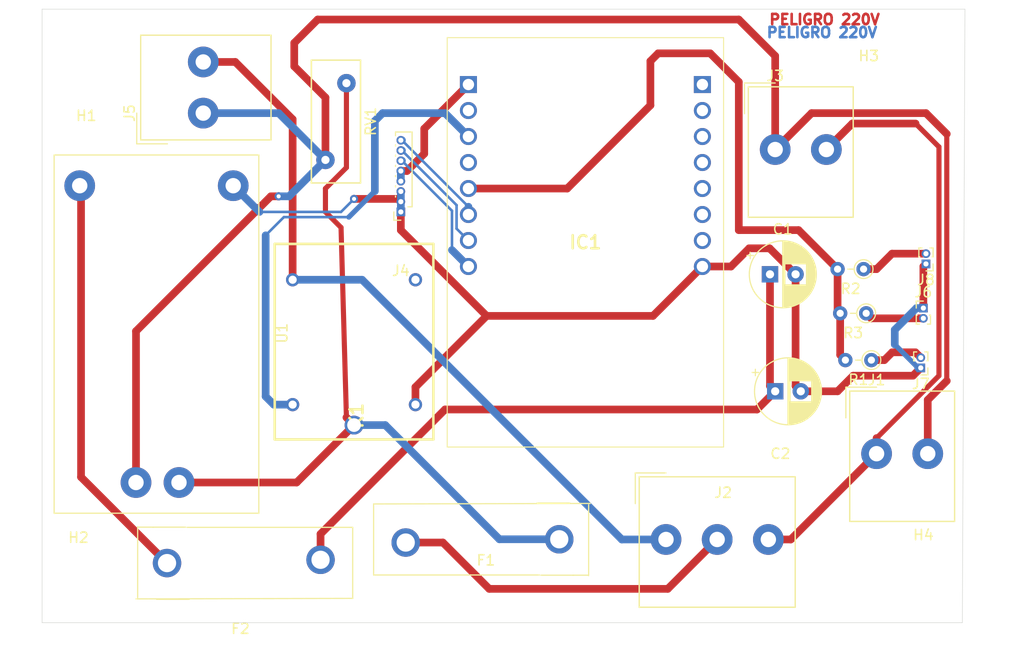
<source format=kicad_pcb>
(kicad_pcb (version 20171130) (host pcbnew 5.1.7-a382d34a8~88~ubuntu20.04.1)

  (general
    (thickness 1.6)
    (drawings 10)
    (tracks 140)
    (zones 0)
    (modules 23)
    (nets 18)
  )

  (page A4)
  (layers
    (0 F.Cu signal)
    (31 B.Cu signal)
    (32 B.Adhes user)
    (33 F.Adhes user)
    (34 B.Paste user)
    (35 F.Paste user)
    (36 B.SilkS user)
    (37 F.SilkS user)
    (38 B.Mask user)
    (39 F.Mask user)
    (40 Dwgs.User user)
    (41 Cmts.User user)
    (42 Eco1.User user)
    (43 Eco2.User user)
    (44 Edge.Cuts user)
    (45 Margin user)
    (46 B.CrtYd user)
    (47 F.CrtYd user)
    (48 B.Fab user)
    (49 F.Fab user)
  )

  (setup
    (last_trace_width 0.25)
    (user_trace_width 0.5)
    (user_trace_width 0.75)
    (trace_clearance 0.2)
    (zone_clearance 0.508)
    (zone_45_only no)
    (trace_min 0.2)
    (via_size 0.8)
    (via_drill 0.4)
    (via_min_size 0.4)
    (via_min_drill 0.3)
    (uvia_size 0.3)
    (uvia_drill 0.1)
    (uvias_allowed no)
    (uvia_min_size 0.2)
    (uvia_min_drill 0.1)
    (edge_width 0.05)
    (segment_width 0.2)
    (pcb_text_width 0.3)
    (pcb_text_size 1.5 1.5)
    (mod_edge_width 0.12)
    (mod_text_size 1 1)
    (mod_text_width 0.15)
    (pad_size 3 3)
    (pad_drill 1.5)
    (pad_to_mask_clearance 0)
    (aux_axis_origin 0 0)
    (visible_elements FFFFFF7F)
    (pcbplotparams
      (layerselection 0x010fc_ffffffff)
      (usegerberextensions false)
      (usegerberattributes true)
      (usegerberadvancedattributes true)
      (creategerberjobfile true)
      (excludeedgelayer true)
      (linewidth 0.100000)
      (plotframeref false)
      (viasonmask false)
      (mode 1)
      (useauxorigin true)
      (hpglpennumber 1)
      (hpglpenspeed 20)
      (hpglpendiameter 15.000000)
      (psnegative false)
      (psa4output false)
      (plotreference true)
      (plotvalue true)
      (plotinvisibletext false)
      (padsonsilk false)
      (subtractmaskfromsilk false)
      (outputformat 1)
      (mirror false)
      (drillshape 0)
      (scaleselection 1)
      (outputdirectory "./drill"))
  )

  (net 0 "")
  (net 1 GND)
  (net 2 +1V5)
  (net 3 "Net-(F1-Pad1)")
  (net 4 "Net-(F1-Pad2)")
  (net 5 "Net-(F2-Pad2)")
  (net 6 "Net-(IC1-Pad1)")
  (net 7 "Net-(IC1-Pad2)")
  (net 8 "Net-(IC1-Pad3)")
  (net 9 "Net-(IC1-Pad4)")
  (net 10 "Net-(IC1-Pad6)")
  (net 11 +5V)
  (net 12 "Net-(J1-Pad1)")
  (net 13 "Net-(J1-Pad2)")
  (net 14 "Net-(J2-Pad1)")
  (net 15 "Net-(J6-Pad2)")
  (net 16 "Net-(J7-Pad2)")
  (net 17 "Net-(J8-Pad2)")

  (net_class Default "This is the default net class."
    (clearance 0.2)
    (trace_width 0.25)
    (via_dia 0.8)
    (via_drill 0.4)
    (uvia_dia 0.3)
    (uvia_drill 0.1)
    (add_net +1V5)
    (add_net +5V)
    (add_net GND)
    (add_net "Net-(F1-Pad1)")
    (add_net "Net-(F1-Pad2)")
    (add_net "Net-(F2-Pad2)")
    (add_net "Net-(IC1-Pad1)")
    (add_net "Net-(IC1-Pad2)")
    (add_net "Net-(IC1-Pad3)")
    (add_net "Net-(IC1-Pad4)")
    (add_net "Net-(IC1-Pad6)")
    (add_net "Net-(J1-Pad1)")
    (add_net "Net-(J1-Pad2)")
    (add_net "Net-(J2-Pad1)")
    (add_net "Net-(J6-Pad2)")
    (add_net "Net-(J7-Pad2)")
    (add_net "Net-(J8-Pad2)")
  )

  (module "milib:Transformador Tenstar Robot" (layer F.Cu) (tedit 5FE8750E) (tstamp 5FE763A1)
    (at 126.238 127 90)
    (path /5F9E9176)
    (fp_text reference U1 (at 0.09 12.29 90) (layer F.SilkS)
      (effects (font (size 1 1) (thickness 0.15)))
    )
    (fp_text value Transformador100v-240v_5V_0.6A (at -0.04 -14.44 90) (layer F.Fab)
      (effects (font (size 1 1) (thickness 0.15)))
    )
    (fp_line (start -17.5 10) (end -17.5 -10) (layer F.SilkS) (width 0.12))
    (fp_line (start 17.5 10) (end -17.5 10) (layer F.SilkS) (width 0.12))
    (fp_line (start 17.5 -10) (end 17.5 10) (layer F.SilkS) (width 0.12))
    (fp_line (start -17.5 -10) (end 17.5 -10) (layer F.SilkS) (width 0.12))
    (pad 1 thru_hole circle (at -14.5 -2 90) (size 3 3) (drill oval 1.5) (layers *.Cu *.Mask)
      (net 13 "Net-(J1-Pad2)"))
    (pad 0 thru_hole circle (at -14.5 2.2 90) (size 3 3) (drill oval 1.5) (layers *.Cu *.Mask)
      (net 4 "Net-(F1-Pad2)"))
    (pad 3 thru_hole circle (at 14.5 7.5 90) (size 3 3) (drill oval 1.5) (layers *.Cu *.Mask)
      (net 1 GND))
    (pad 2 thru_hole circle (at 14.5 -7.5 90) (size 3 3) (drill oval 1.5) (layers *.Cu *.Mask)
      (net 5 "Net-(F2-Pad2)"))
  )

  (module milib:Altech_AK300_1x02_P5.00mm_45-Degree (layer F.Cu) (tedit 5FE700A8) (tstamp 5FE762A6)
    (at 186.69 108.966)
    (descr "Altech AK300 serie terminal block (Script generated with StandardBox.py) (http://www.altechcorp.com/PDFS/PCBMETRC.PDF)")
    (tags "Altech AK300 serie connector")
    (path /5FA466A2)
    (fp_text reference J3 (at 0 -7.2) (layer F.SilkS)
      (effects (font (size 1 1) (thickness 0.15)))
    )
    (fp_text value Screw_Terminal_01x02 (at 5 7.5) (layer F.Fab)
      (effects (font (size 1 1) (thickness 0.15)))
    )
    (fp_line (start -2.75 -6.25) (end -2.75 6.75) (layer F.CrtYd) (width 0.05))
    (fp_line (start -2.75 6.75) (end 7.75 6.75) (layer F.CrtYd) (width 0.05))
    (fp_line (start 7.75 -6.25) (end 7.75 6.75) (layer F.CrtYd) (width 0.05))
    (fp_line (start -2.75 -6.25) (end 7.75 -6.25) (layer F.CrtYd) (width 0.05))
    (fp_line (start -2.62 -6.12) (end -2.62 6.62) (layer F.SilkS) (width 0.12))
    (fp_line (start -2.62 6.62) (end 7.62 6.62) (layer F.SilkS) (width 0.12))
    (fp_line (start 7.62 -6.12) (end 7.62 6.62) (layer F.SilkS) (width 0.12))
    (fp_line (start -2.62 -6.12) (end 7.62 -6.12) (layer F.SilkS) (width 0.12))
    (fp_line (start -2.62 -6.12) (end -2.62 6.62) (layer F.SilkS) (width 0.12))
    (fp_line (start -2.62 6.62) (end 7.62 6.62) (layer F.SilkS) (width 0.12))
    (fp_line (start 7.62 -6.12) (end 7.62 6.62) (layer F.SilkS) (width 0.12))
    (fp_line (start -2.62 -6.12) (end 7.62 -6.12) (layer F.SilkS) (width 0.12))
    (fp_line (start -3 -6.5) (end 0 -6.5) (layer F.SilkS) (width 0.12))
    (fp_line (start -3 -3.5) (end -3 -6.5) (layer F.SilkS) (width 0.12))
    (fp_line (start -2.5 -5.5) (end -2 -6) (layer F.Fab) (width 0.1))
    (fp_line (start -2.5 6.5) (end -2.5 -5.5) (layer F.Fab) (width 0.1))
    (fp_line (start 7.5 6.5) (end -2.5 6.5) (layer F.Fab) (width 0.1))
    (fp_line (start 7.5 -6) (end 7.5 6.5) (layer F.Fab) (width 0.1))
    (fp_line (start -2 -6) (end 7.5 -6) (layer F.Fab) (width 0.1))
    (fp_text user %R (at 5 0.25) (layer F.Fab)
      (effects (font (size 1 1) (thickness 0.15)))
    )
    (pad 1 thru_hole circle (at 0 0) (size 3 3) (drill 1.5) (layers *.Cu *.Mask)
      (net 13 "Net-(J1-Pad2)"))
    (pad 2 thru_hole circle (at 5 0) (size 3 3) (drill 1.5) (layers *.Cu *.Mask)
      (net 12 "Net-(J1-Pad1)"))
    (model ${KISYS3DMOD}/TerminalBlock_Altech.3dshapes/Altech_AK300_1x02_P5.00mm_45-Degree.wrl
      (at (xyz 0 0 0))
      (scale (xyz 1 1 1))
      (rotate (xyz 0 0 0))
    )
  )

  (module Connector_PinSocket_1.00mm:PinSocket_1x08_P1.00mm_Vertical (layer F.Cu) (tedit 5A19A430) (tstamp 5FE762E1)
    (at 150.114 115.062 180)
    (descr "Through hole straight socket strip, 1x08, 1.00mm pitch, single row (https://gct.co/files/drawings/bc065.pdf), script generated")
    (tags "Through hole socket strip THT 1x08 1.00mm single row")
    (path /5FA1DC1D)
    (fp_text reference J4 (at 0 -5.75) (layer F.SilkS)
      (effects (font (size 1 1) (thickness 0.15)))
    )
    (fp_text value Conn_01x08_MountingPin (at 0 5.75) (layer F.Fab)
      (effects (font (size 1 1) (thickness 0.15)))
    )
    (fp_line (start -1.54 8.25) (end -1.54 -1.25) (layer F.CrtYd) (width 0.05))
    (fp_line (start 0.96 8.25) (end -1.54 8.25) (layer F.CrtYd) (width 0.05))
    (fp_line (start 0.96 -1.25) (end 0.96 8.25) (layer F.CrtYd) (width 0.05))
    (fp_line (start -1.54 -1.25) (end 0.96 -1.25) (layer F.CrtYd) (width 0.05))
    (fp_line (start 0 -0.81) (end 0.685 -0.81) (layer F.SilkS) (width 0.12))
    (fp_line (start 0.685 -0.81) (end 0.685 0) (layer F.SilkS) (width 0.12))
    (fp_line (start 0.52 7.445898) (end 0.52 7.81) (layer F.SilkS) (width 0.12))
    (fp_line (start 0.52 6.445898) (end 0.52 6.554102) (layer F.SilkS) (width 0.12))
    (fp_line (start 0.52 5.445898) (end 0.52 5.554102) (layer F.SilkS) (width 0.12))
    (fp_line (start 0.52 4.445898) (end 0.52 4.554102) (layer F.SilkS) (width 0.12))
    (fp_line (start 0.52 3.445898) (end 0.52 3.554102) (layer F.SilkS) (width 0.12))
    (fp_line (start 0.52 2.445898) (end 0.52 2.554102) (layer F.SilkS) (width 0.12))
    (fp_line (start 0.52 1.445898) (end 0.52 1.554102) (layer F.SilkS) (width 0.12))
    (fp_line (start -1.1 7.81) (end 0.52 7.81) (layer F.SilkS) (width 0.12))
    (fp_line (start -1.1 0.5) (end -1.1 7.81) (layer F.SilkS) (width 0.12))
    (fp_line (start -1.1 0.5) (end -0.685 0.5) (layer F.SilkS) (width 0.12))
    (fp_line (start -1.04 7.75) (end -1.04 -0.75) (layer F.Fab) (width 0.1))
    (fp_line (start 0.46 7.75) (end -1.04 7.75) (layer F.Fab) (width 0.1))
    (fp_line (start 0.46 -0.375) (end 0.46 7.75) (layer F.Fab) (width 0.1))
    (fp_line (start 0.085 -0.75) (end 0.46 -0.375) (layer F.Fab) (width 0.1))
    (fp_line (start -1.04 -0.75) (end 0.085 -0.75) (layer F.Fab) (width 0.1))
    (fp_text user %R (at 0 0 90) (layer F.Fab)
      (effects (font (size 0.9 0.9) (thickness 0.14)))
    )
    (pad 8 thru_hole oval (at 0 7 180) (size 0.85 0.85) (drill 0.5) (layers *.Cu *.Mask)
      (net 8 "Net-(IC1-Pad3)"))
    (pad 7 thru_hole oval (at 0 6 180) (size 0.85 0.85) (drill 0.5) (layers *.Cu *.Mask)
      (net 7 "Net-(IC1-Pad2)"))
    (pad 6 thru_hole oval (at 0 5 180) (size 0.85 0.85) (drill 0.5) (layers *.Cu *.Mask)
      (net 6 "Net-(IC1-Pad1)"))
    (pad 5 thru_hole oval (at 0 4 180) (size 0.85 0.85) (drill 0.5) (layers *.Cu *.Mask)
      (net 11 +5V))
    (pad 4 thru_hole oval (at 0 3 180) (size 0.85 0.85) (drill 0.5) (layers *.Cu *.Mask)
      (net 11 +5V))
    (pad 3 thru_hole oval (at 0 2 180) (size 0.85 0.85) (drill 0.5) (layers *.Cu *.Mask)
      (net 1 GND))
    (pad 2 thru_hole oval (at 0 1 180) (size 0.85 0.85) (drill 0.5) (layers *.Cu *.Mask)
      (net 1 GND))
    (pad 1 thru_hole rect (at 0 0 180) (size 0.85 0.85) (drill 0.5) (layers *.Cu *.Mask)
      (net 1 GND))
    (model ${KISYS3DMOD}/Connector_PinSocket_1.00mm.3dshapes/PinSocket_1x08_P1.00mm_Vertical.wrl
      (at (xyz 0 0 0))
      (scale (xyz 1 1 1))
      (rotate (xyz 0 0 0))
    )
  )

  (module MountingHole:MountingHole_3.5mm (layer F.Cu) (tedit 56D1B4CB) (tstamp 5FE796C5)
    (at 201.168 151.13)
    (descr "Mounting Hole 3.5mm, no annular")
    (tags "mounting hole 3.5mm no annular")
    (path /5FEB85CF)
    (attr virtual)
    (fp_text reference H4 (at 0 -4.5) (layer F.SilkS)
      (effects (font (size 1 1) (thickness 0.15)))
    )
    (fp_text value MountingHole (at 0 4.5) (layer F.Fab)
      (effects (font (size 1 1) (thickness 0.15)))
    )
    (fp_circle (center 0 0) (end 3.75 0) (layer F.CrtYd) (width 0.05))
    (fp_circle (center 0 0) (end 3.5 0) (layer Cmts.User) (width 0.15))
    (fp_text user %R (at 0.3 0) (layer F.Fab)
      (effects (font (size 1 1) (thickness 0.15)))
    )
    (pad 1 np_thru_hole circle (at 0 0) (size 3.5 3.5) (drill 3.5) (layers *.Cu *.Mask))
  )

  (module MountingHole:MountingHole_3.5mm (layer F.Cu) (tedit 56D1B4CB) (tstamp 5FE796BD)
    (at 201.168 99.06)
    (descr "Mounting Hole 3.5mm, no annular")
    (tags "mounting hole 3.5mm no annular")
    (path /5FEAB868)
    (attr virtual)
    (fp_text reference H3 (at -5.334 0.762) (layer F.SilkS)
      (effects (font (size 1 1) (thickness 0.15)))
    )
    (fp_text value MountingHole (at 0 4.5) (layer F.Fab)
      (effects (font (size 1 1) (thickness 0.15)))
    )
    (fp_circle (center 0 0) (end 3.75 0) (layer F.CrtYd) (width 0.05))
    (fp_circle (center 0 0) (end 3.5 0) (layer Cmts.User) (width 0.15))
    (fp_text user %R (at 0.3 0) (layer F.Fab)
      (effects (font (size 1 1) (thickness 0.15)))
    )
    (pad 1 np_thru_hole circle (at 0 0) (size 3.5 3.5) (drill 3.5) (layers *.Cu *.Mask))
  )

  (module MountingHole:MountingHole_3.5mm (layer F.Cu) (tedit 56D1B4CB) (tstamp 5FE796B5)
    (at 118.618 151.384)
    (descr "Mounting Hole 3.5mm, no annular")
    (tags "mounting hole 3.5mm no annular")
    (path /5FEB5DEC)
    (attr virtual)
    (fp_text reference H2 (at 0 -4.5) (layer F.SilkS)
      (effects (font (size 1 1) (thickness 0.15)))
    )
    (fp_text value MountingHole (at 0 4.5) (layer F.Fab)
      (effects (font (size 1 1) (thickness 0.15)))
    )
    (fp_circle (center 0 0) (end 3.75 0) (layer F.CrtYd) (width 0.05))
    (fp_circle (center 0 0) (end 3.5 0) (layer Cmts.User) (width 0.15))
    (fp_text user %R (at 0.3 0) (layer F.Fab)
      (effects (font (size 1 1) (thickness 0.15)))
    )
    (pad 1 np_thru_hole circle (at 0 0) (size 3.5 3.5) (drill 3.5) (layers *.Cu *.Mask))
  )

  (module MountingHole:MountingHole_3.5mm (layer F.Cu) (tedit 56D1B4CB) (tstamp 5FE796AD)
    (at 119.126 99.314)
    (descr "Mounting Hole 3.5mm, no annular")
    (tags "mounting hole 3.5mm no annular")
    (path /5FEB53FA)
    (attr virtual)
    (fp_text reference H1 (at 0.254 6.35) (layer F.SilkS)
      (effects (font (size 1 1) (thickness 0.15)))
    )
    (fp_text value MountingHole (at 0 4.5) (layer F.Fab)
      (effects (font (size 1 1) (thickness 0.15)))
    )
    (fp_circle (center 0 0) (end 3.75 0) (layer F.CrtYd) (width 0.05))
    (fp_circle (center 0 0) (end 3.5 0) (layer Cmts.User) (width 0.15))
    (fp_text user %R (at 0.3 0) (layer F.Fab)
      (effects (font (size 1 1) (thickness 0.15)))
    )
    (pad 1 np_thru_hole circle (at 0 0) (size 3.5 3.5) (drill 3.5) (layers *.Cu *.Mask))
  )

  (module milib:RV_Disc_D12mm_W4.8mm_P7.5mm (layer F.Cu) (tedit 5A0F68FD) (tstamp 5FE76395)
    (at 142.748 109.982 90)
    (descr "Varistor, diameter 12mm, width 4.8mm, pitch 7.5mm")
    (tags "varistor SIOV")
    (path /5F9ED9E2)
    (fp_text reference RV1 (at 3.75 4.425 90) (layer F.SilkS)
      (effects (font (size 1 1) (thickness 0.15)))
    )
    (fp_text value Varistor (at 3.75 -2.375 90) (layer F.Fab)
      (effects (font (size 1 1) (thickness 0.15)))
    )
    (fp_line (start -2.25 -1.375) (end -2.25 3.425) (layer F.Fab) (width 0.1))
    (fp_line (start 9.75 -1.375) (end 9.75 3.425) (layer F.Fab) (width 0.1))
    (fp_line (start -2.25 -1.375) (end 9.75 -1.375) (layer F.Fab) (width 0.1))
    (fp_line (start -2.25 3.425) (end 9.75 3.425) (layer F.Fab) (width 0.1))
    (fp_line (start -2.25 -1.375) (end -2.25 3.425) (layer F.SilkS) (width 0.15))
    (fp_line (start 9.75 -1.375) (end 9.75 3.425) (layer F.SilkS) (width 0.15))
    (fp_line (start -2.25 -1.375) (end 9.75 -1.375) (layer F.SilkS) (width 0.15))
    (fp_line (start -2.25 3.425) (end 9.75 3.425) (layer F.SilkS) (width 0.15))
    (fp_line (start -2.5 -1.63) (end -2.5 3.68) (layer F.CrtYd) (width 0.05))
    (fp_line (start 10 -1.63) (end 10 3.68) (layer F.CrtYd) (width 0.05))
    (fp_line (start -2.5 -1.63) (end 10 -1.63) (layer F.CrtYd) (width 0.05))
    (fp_line (start -2.5 3.68) (end 10 3.68) (layer F.CrtYd) (width 0.05))
    (fp_text user %R (at -0.254 -3.048 90) (layer F.Fab)
      (effects (font (size 1 1) (thickness 0.15)))
    )
    (pad 1 thru_hole circle (at 0 0 90) (size 1.8 1.8) (drill 0.8) (layers *.Cu *.Mask)
      (net 13 "Net-(J1-Pad2)"))
    (pad 2 thru_hole circle (at 7.5 2.05 90) (size 1.8 1.8) (drill 0.8) (layers *.Cu *.Mask)
      (net 4 "Net-(F1-Pad2)"))
    (model ${KISYS3DMOD}/Varistor.3dshapes/RV_Disc_D12mm_W4.8mm_P7.5mm.wrl
      (at (xyz 0 0 0))
      (scale (xyz 1 1 1))
      (rotate (xyz 0 0 0))
    )
  )

  (module Resistor_THT:R_Axial_DIN0204_L3.6mm_D1.6mm_P2.54mm_Vertical (layer F.Cu) (tedit 5AE5139B) (tstamp 5FE76382)
    (at 195.58 124.968 180)
    (descr "Resistor, Axial_DIN0204 series, Axial, Vertical, pin pitch=2.54mm, 0.167W, length*diameter=3.6*1.6mm^2, http://cdn-reichelt.de/documents/datenblatt/B400/1_4W%23YAG.pdf")
    (tags "Resistor Axial_DIN0204 series Axial Vertical pin pitch 2.54mm 0.167W length 3.6mm diameter 1.6mm")
    (path /5FA2C4B7)
    (fp_text reference R3 (at 1.27 -1.92) (layer F.SilkS)
      (effects (font (size 1 1) (thickness 0.15)))
    )
    (fp_text value R (at 1.27 1.92) (layer F.Fab)
      (effects (font (size 1 1) (thickness 0.15)))
    )
    (fp_line (start 3.49 -1.05) (end -1.05 -1.05) (layer F.CrtYd) (width 0.05))
    (fp_line (start 3.49 1.05) (end 3.49 -1.05) (layer F.CrtYd) (width 0.05))
    (fp_line (start -1.05 1.05) (end 3.49 1.05) (layer F.CrtYd) (width 0.05))
    (fp_line (start -1.05 -1.05) (end -1.05 1.05) (layer F.CrtYd) (width 0.05))
    (fp_line (start 0.92 0) (end 1.54 0) (layer F.SilkS) (width 0.12))
    (fp_line (start 0 0) (end 2.54 0) (layer F.Fab) (width 0.1))
    (fp_circle (center 0 0) (end 0.92 0) (layer F.SilkS) (width 0.12))
    (fp_circle (center 0 0) (end 0.8 0) (layer F.Fab) (width 0.1))
    (fp_text user %R (at 1.27 -1.92) (layer F.Fab)
      (effects (font (size 1 1) (thickness 0.15)))
    )
    (pad 2 thru_hole oval (at 2.54 0 180) (size 1.4 1.4) (drill 0.7) (layers *.Cu *.Mask)
      (net 9 "Net-(IC1-Pad4)"))
    (pad 1 thru_hole circle (at 0 0 180) (size 1.4 1.4) (drill 0.7) (layers *.Cu *.Mask)
      (net 15 "Net-(J6-Pad2)"))
    (model ${KISYS3DMOD}/Resistor_THT.3dshapes/R_Axial_DIN0204_L3.6mm_D1.6mm_P2.54mm_Vertical.wrl
      (at (xyz 0 0 0))
      (scale (xyz 1 1 1))
      (rotate (xyz 0 0 0))
    )
  )

  (module Resistor_THT:R_Axial_DIN0204_L3.6mm_D1.6mm_P2.54mm_Vertical (layer F.Cu) (tedit 5AE5139B) (tstamp 5FE76373)
    (at 195.326 120.65 180)
    (descr "Resistor, Axial_DIN0204 series, Axial, Vertical, pin pitch=2.54mm, 0.167W, length*diameter=3.6*1.6mm^2, http://cdn-reichelt.de/documents/datenblatt/B400/1_4W%23YAG.pdf")
    (tags "Resistor Axial_DIN0204 series Axial Vertical pin pitch 2.54mm 0.167W length 3.6mm diameter 1.6mm")
    (path /5FA0846E)
    (fp_text reference R2 (at 1.27 -1.92) (layer F.SilkS)
      (effects (font (size 1 1) (thickness 0.15)))
    )
    (fp_text value R (at 1.27 1.92) (layer F.Fab)
      (effects (font (size 1 1) (thickness 0.15)))
    )
    (fp_line (start 3.49 -1.05) (end -1.05 -1.05) (layer F.CrtYd) (width 0.05))
    (fp_line (start 3.49 1.05) (end 3.49 -1.05) (layer F.CrtYd) (width 0.05))
    (fp_line (start -1.05 1.05) (end 3.49 1.05) (layer F.CrtYd) (width 0.05))
    (fp_line (start -1.05 -1.05) (end -1.05 1.05) (layer F.CrtYd) (width 0.05))
    (fp_line (start 0.92 0) (end 1.54 0) (layer F.SilkS) (width 0.12))
    (fp_line (start 0 0) (end 2.54 0) (layer F.Fab) (width 0.1))
    (fp_circle (center 0 0) (end 0.92 0) (layer F.SilkS) (width 0.12))
    (fp_circle (center 0 0) (end 0.8 0) (layer F.Fab) (width 0.1))
    (fp_text user %R (at 1.27 -1.92) (layer F.Fab)
      (effects (font (size 1 1) (thickness 0.15)))
    )
    (pad 2 thru_hole oval (at 2.54 0 180) (size 1.4 1.4) (drill 0.7) (layers *.Cu *.Mask)
      (net 9 "Net-(IC1-Pad4)"))
    (pad 1 thru_hole circle (at 0 0 180) (size 1.4 1.4) (drill 0.7) (layers *.Cu *.Mask)
      (net 17 "Net-(J8-Pad2)"))
    (model ${KISYS3DMOD}/Resistor_THT.3dshapes/R_Axial_DIN0204_L3.6mm_D1.6mm_P2.54mm_Vertical.wrl
      (at (xyz 0 0 0))
      (scale (xyz 1 1 1))
      (rotate (xyz 0 0 0))
    )
  )

  (module Resistor_THT:R_Axial_DIN0204_L3.6mm_D1.6mm_P2.54mm_Vertical (layer F.Cu) (tedit 5AE5139B) (tstamp 5FE76364)
    (at 196.088 129.54 180)
    (descr "Resistor, Axial_DIN0204 series, Axial, Vertical, pin pitch=2.54mm, 0.167W, length*diameter=3.6*1.6mm^2, http://cdn-reichelt.de/documents/datenblatt/B400/1_4W%23YAG.pdf")
    (tags "Resistor Axial_DIN0204 series Axial Vertical pin pitch 2.54mm 0.167W length 3.6mm diameter 1.6mm")
    (path /5FA2B11B)
    (fp_text reference R1 (at 1.27 -1.92) (layer F.SilkS)
      (effects (font (size 1 1) (thickness 0.15)))
    )
    (fp_text value R (at 1.27 1.92) (layer F.Fab)
      (effects (font (size 1 1) (thickness 0.15)))
    )
    (fp_line (start 3.49 -1.05) (end -1.05 -1.05) (layer F.CrtYd) (width 0.05))
    (fp_line (start 3.49 1.05) (end 3.49 -1.05) (layer F.CrtYd) (width 0.05))
    (fp_line (start -1.05 1.05) (end 3.49 1.05) (layer F.CrtYd) (width 0.05))
    (fp_line (start -1.05 -1.05) (end -1.05 1.05) (layer F.CrtYd) (width 0.05))
    (fp_line (start 0.92 0) (end 1.54 0) (layer F.SilkS) (width 0.12))
    (fp_line (start 0 0) (end 2.54 0) (layer F.Fab) (width 0.1))
    (fp_circle (center 0 0) (end 0.92 0) (layer F.SilkS) (width 0.12))
    (fp_circle (center 0 0) (end 0.8 0) (layer F.Fab) (width 0.1))
    (fp_text user %R (at 1.27 -1.92) (layer F.Fab)
      (effects (font (size 1 1) (thickness 0.15)))
    )
    (pad 2 thru_hole oval (at 2.54 0 180) (size 1.4 1.4) (drill 0.7) (layers *.Cu *.Mask)
      (net 9 "Net-(IC1-Pad4)"))
    (pad 1 thru_hole circle (at 0 0 180) (size 1.4 1.4) (drill 0.7) (layers *.Cu *.Mask)
      (net 16 "Net-(J7-Pad2)"))
    (model ${KISYS3DMOD}/Resistor_THT.3dshapes/R_Axial_DIN0204_L3.6mm_D1.6mm_P2.54mm_Vertical.wrl
      (at (xyz 0 0 0))
      (scale (xyz 1 1 1))
      (rotate (xyz 0 0 0))
    )
  )

  (module PhotoPlug:SRD (layer F.Cu) (tedit 0) (tstamp 5FE76355)
    (at 145.542 135.89 90)
    (descr SRD)
    (tags "Relay or Contactor")
    (path /5F9F695A)
    (fp_text reference K1 (at 0.904 0.247 90) (layer F.SilkS)
      (effects (font (size 1.27 1.27) (thickness 0.254)))
    )
    (fp_text value SRD-05VDC-SL-C (at 0.904 0.247 90) (layer F.SilkS) hide
      (effects (font (size 1.27 1.27) (thickness 0.254)))
    )
    (fp_line (start -1.4 7.75) (end -1.4 -7.75) (layer F.SilkS) (width 0.254))
    (fp_line (start 17.7 7.75) (end -1.4 7.75) (layer F.SilkS) (width 0.254))
    (fp_line (start 17.7 -7.75) (end 17.7 7.75) (layer F.SilkS) (width 0.254))
    (fp_line (start -1.4 -7.75) (end 17.7 -7.75) (layer F.SilkS) (width 0.254))
    (fp_line (start -1.4 7.75) (end -1.4 -7.75) (layer F.Fab) (width 0.254))
    (fp_line (start 17.7 7.75) (end -1.4 7.75) (layer F.Fab) (width 0.254))
    (fp_line (start 17.7 -7.75) (end 17.7 7.75) (layer F.Fab) (width 0.254))
    (fp_line (start -1.4 -7.75) (end 17.7 -7.75) (layer F.Fab) (width 0.254))
    (fp_text user %R (at 0.904 0.247 90) (layer F.Fab)
      (effects (font (size 1.27 1.27) (thickness 0.254)))
    )
    (pad 1 thru_hole circle (at 0 0 90) (size 1.84 1.84) (drill 1.34) (layers *.Cu *.Mask)
      (net 4 "Net-(F1-Pad2)"))
    (pad 2 thru_hole circle (at 2 -6 90) (size 1.3 1.3) (drill 0.8) (layers *.Cu *.Mask)
      (net 10 "Net-(IC1-Pad6)"))
    (pad 3 thru_hole circle (at 2 6 90) (size 1.3 1.3) (drill 0.8) (layers *.Cu *.Mask)
      (net 1 GND))
    (pad 4 thru_hole circle (at 14.2 -6 90) (size 1.3 1.3) (drill 0.8) (layers *.Cu *.Mask)
      (net 14 "Net-(J2-Pad1)"))
    (pad 5 thru_hole circle (at 14.2 6 90) (size 1.3 1.3) (drill 0.8) (layers *.Cu *.Mask))
  )

  (module Connector_PinHeader_1.00mm:PinHeader_1x02_P1.00mm_Vertical (layer F.Cu) (tedit 59FED738) (tstamp 5FE76343)
    (at 201.422 120.142 180)
    (descr "Through hole straight pin header, 1x02, 1.00mm pitch, single row")
    (tags "Through hole pin header THT 1x02 1.00mm single row")
    (path /5FCBB0E6)
    (fp_text reference J8 (at 0 -1.56) (layer F.SilkS)
      (effects (font (size 1 1) (thickness 0.15)))
    )
    (fp_text value Conn_01x02_MountingPin (at 0 2.56) (layer F.Fab)
      (effects (font (size 1 1) (thickness 0.15)))
    )
    (fp_line (start 1.15 -1) (end -1.15 -1) (layer F.CrtYd) (width 0.05))
    (fp_line (start 1.15 2) (end 1.15 -1) (layer F.CrtYd) (width 0.05))
    (fp_line (start -1.15 2) (end 1.15 2) (layer F.CrtYd) (width 0.05))
    (fp_line (start -1.15 -1) (end -1.15 2) (layer F.CrtYd) (width 0.05))
    (fp_line (start -0.695 -0.685) (end 0 -0.685) (layer F.SilkS) (width 0.12))
    (fp_line (start -0.695 0) (end -0.695 -0.685) (layer F.SilkS) (width 0.12))
    (fp_line (start 0.608276 0.685) (end 0.695 0.685) (layer F.SilkS) (width 0.12))
    (fp_line (start -0.695 0.685) (end -0.608276 0.685) (layer F.SilkS) (width 0.12))
    (fp_line (start 0.695 0.685) (end 0.695 1.56) (layer F.SilkS) (width 0.12))
    (fp_line (start -0.695 0.685) (end -0.695 1.56) (layer F.SilkS) (width 0.12))
    (fp_line (start 0.394493 1.56) (end 0.695 1.56) (layer F.SilkS) (width 0.12))
    (fp_line (start -0.695 1.56) (end -0.394493 1.56) (layer F.SilkS) (width 0.12))
    (fp_line (start -0.635 -0.1825) (end -0.3175 -0.5) (layer F.Fab) (width 0.1))
    (fp_line (start -0.635 1.5) (end -0.635 -0.1825) (layer F.Fab) (width 0.1))
    (fp_line (start 0.635 1.5) (end -0.635 1.5) (layer F.Fab) (width 0.1))
    (fp_line (start 0.635 -0.5) (end 0.635 1.5) (layer F.Fab) (width 0.1))
    (fp_line (start -0.3175 -0.5) (end 0.635 -0.5) (layer F.Fab) (width 0.1))
    (fp_text user %R (at 0.319241 0.5 90) (layer F.Fab)
      (effects (font (size 0.76 0.76) (thickness 0.114)))
    )
    (pad 2 thru_hole oval (at 0 1 180) (size 0.85 0.85) (drill 0.5) (layers *.Cu *.Mask)
      (net 17 "Net-(J8-Pad2)"))
    (pad 1 thru_hole rect (at 0 0 180) (size 0.85 0.85) (drill 0.5) (layers *.Cu *.Mask)
      (net 1 GND))
    (model ${KISYS3DMOD}/Connector_PinHeader_1.00mm.3dshapes/PinHeader_1x02_P1.00mm_Vertical.wrl
      (at (xyz 0 0 0))
      (scale (xyz 1 1 1))
      (rotate (xyz 0 0 0))
    )
  )

  (module Connector_PinHeader_1.00mm:PinHeader_1x02_P1.00mm_Vertical (layer F.Cu) (tedit 59FED738) (tstamp 5FE7632B)
    (at 200.914 130.302 180)
    (descr "Through hole straight pin header, 1x02, 1.00mm pitch, single row")
    (tags "Through hole pin header THT 1x02 1.00mm single row")
    (path /5FE38A50)
    (fp_text reference J7 (at 0 -1.56) (layer F.SilkS)
      (effects (font (size 1 1) (thickness 0.15)))
    )
    (fp_text value Conn_01x02_MountingPin (at 0 2.56) (layer F.Fab)
      (effects (font (size 1 1) (thickness 0.15)))
    )
    (fp_line (start 1.15 -1) (end -1.15 -1) (layer F.CrtYd) (width 0.05))
    (fp_line (start 1.15 2) (end 1.15 -1) (layer F.CrtYd) (width 0.05))
    (fp_line (start -1.15 2) (end 1.15 2) (layer F.CrtYd) (width 0.05))
    (fp_line (start -1.15 -1) (end -1.15 2) (layer F.CrtYd) (width 0.05))
    (fp_line (start -0.695 -0.685) (end 0 -0.685) (layer F.SilkS) (width 0.12))
    (fp_line (start -0.695 0) (end -0.695 -0.685) (layer F.SilkS) (width 0.12))
    (fp_line (start 0.608276 0.685) (end 0.695 0.685) (layer F.SilkS) (width 0.12))
    (fp_line (start -0.695 0.685) (end -0.608276 0.685) (layer F.SilkS) (width 0.12))
    (fp_line (start 0.695 0.685) (end 0.695 1.56) (layer F.SilkS) (width 0.12))
    (fp_line (start -0.695 0.685) (end -0.695 1.56) (layer F.SilkS) (width 0.12))
    (fp_line (start 0.394493 1.56) (end 0.695 1.56) (layer F.SilkS) (width 0.12))
    (fp_line (start -0.695 1.56) (end -0.394493 1.56) (layer F.SilkS) (width 0.12))
    (fp_line (start -0.635 -0.1825) (end -0.3175 -0.5) (layer F.Fab) (width 0.1))
    (fp_line (start -0.635 1.5) (end -0.635 -0.1825) (layer F.Fab) (width 0.1))
    (fp_line (start 0.635 1.5) (end -0.635 1.5) (layer F.Fab) (width 0.1))
    (fp_line (start 0.635 -0.5) (end 0.635 1.5) (layer F.Fab) (width 0.1))
    (fp_line (start -0.3175 -0.5) (end 0.635 -0.5) (layer F.Fab) (width 0.1))
    (fp_text user %R (at 0 0.5 90) (layer F.Fab)
      (effects (font (size 0.76 0.76) (thickness 0.114)))
    )
    (pad 2 thru_hole oval (at 0 1 180) (size 0.85 0.85) (drill 0.5) (layers *.Cu *.Mask)
      (net 16 "Net-(J7-Pad2)"))
    (pad 1 thru_hole rect (at 0 0 180) (size 0.85 0.85) (drill 0.5) (layers *.Cu *.Mask)
      (net 1 GND))
    (model ${KISYS3DMOD}/Connector_PinHeader_1.00mm.3dshapes/PinHeader_1x02_P1.00mm_Vertical.wrl
      (at (xyz 0 0 0))
      (scale (xyz 1 1 1))
      (rotate (xyz 0 0 0))
    )
  )

  (module Connector_PinHeader_1.00mm:PinHeader_1x02_P1.00mm_Vertical (layer F.Cu) (tedit 59FED738) (tstamp 5FE76313)
    (at 201.168 124.46)
    (descr "Through hole straight pin header, 1x02, 1.00mm pitch, single row")
    (tags "Through hole pin header THT 1x02 1.00mm single row")
    (path /5FE3910B)
    (fp_text reference J6 (at 0 -1.56) (layer F.SilkS)
      (effects (font (size 1 1) (thickness 0.15)))
    )
    (fp_text value Conn_01x02_MountingPin (at 0 2.56) (layer F.Fab)
      (effects (font (size 1 1) (thickness 0.15)))
    )
    (fp_line (start 1.15 -1) (end -1.15 -1) (layer F.CrtYd) (width 0.05))
    (fp_line (start 1.15 2) (end 1.15 -1) (layer F.CrtYd) (width 0.05))
    (fp_line (start -1.15 2) (end 1.15 2) (layer F.CrtYd) (width 0.05))
    (fp_line (start -1.15 -1) (end -1.15 2) (layer F.CrtYd) (width 0.05))
    (fp_line (start -0.695 -0.685) (end 0 -0.685) (layer F.SilkS) (width 0.12))
    (fp_line (start -0.695 0) (end -0.695 -0.685) (layer F.SilkS) (width 0.12))
    (fp_line (start 0.608276 0.685) (end 0.695 0.685) (layer F.SilkS) (width 0.12))
    (fp_line (start -0.695 0.685) (end -0.608276 0.685) (layer F.SilkS) (width 0.12))
    (fp_line (start 0.695 0.685) (end 0.695 1.56) (layer F.SilkS) (width 0.12))
    (fp_line (start -0.695 0.685) (end -0.695 1.56) (layer F.SilkS) (width 0.12))
    (fp_line (start 0.394493 1.56) (end 0.695 1.56) (layer F.SilkS) (width 0.12))
    (fp_line (start -0.695 1.56) (end -0.394493 1.56) (layer F.SilkS) (width 0.12))
    (fp_line (start -0.635 -0.1825) (end -0.3175 -0.5) (layer F.Fab) (width 0.1))
    (fp_line (start -0.635 1.5) (end -0.635 -0.1825) (layer F.Fab) (width 0.1))
    (fp_line (start 0.635 1.5) (end -0.635 1.5) (layer F.Fab) (width 0.1))
    (fp_line (start 0.635 -0.5) (end 0.635 1.5) (layer F.Fab) (width 0.1))
    (fp_line (start -0.3175 -0.5) (end 0.635 -0.5) (layer F.Fab) (width 0.1))
    (fp_text user %R (at 0 0.5 90) (layer F.Fab)
      (effects (font (size 0.76 0.76) (thickness 0.114)))
    )
    (pad 2 thru_hole oval (at 0 1) (size 0.85 0.85) (drill 0.5) (layers *.Cu *.Mask)
      (net 15 "Net-(J6-Pad2)"))
    (pad 1 thru_hole rect (at 0 0) (size 0.85 0.85) (drill 0.5) (layers *.Cu *.Mask)
      (net 1 GND))
    (model ${KISYS3DMOD}/Connector_PinHeader_1.00mm.3dshapes/PinHeader_1x02_P1.00mm_Vertical.wrl
      (at (xyz 0 0 0))
      (scale (xyz 1 1 1))
      (rotate (xyz 0 0 0))
    )
  )

  (module milib:Altech_AK300_1x02_P5.00mm_45-Degree (layer F.Cu) (tedit 5FE700A8) (tstamp 5FE762FB)
    (at 130.81 105.41 90)
    (descr "Altech AK300 serie terminal block (Script generated with StandardBox.py) (http://www.altechcorp.com/PDFS/PCBMETRC.PDF)")
    (tags "Altech AK300 serie connector")
    (path /5FA1B76F)
    (fp_text reference J5 (at 0 -7.2 270) (layer F.SilkS)
      (effects (font (size 1 1) (thickness 0.15)))
    )
    (fp_text value Screw_Terminal_01x02 (at 2.5 7.5 270) (layer F.Fab)
      (effects (font (size 1 1) (thickness 0.15)))
    )
    (fp_line (start -2 -6) (end 7.5 -6) (layer F.Fab) (width 0.1))
    (fp_line (start 7.5 -6) (end 7.5 6.5) (layer F.Fab) (width 0.1))
    (fp_line (start 7.5 6.5) (end -2.5 6.5) (layer F.Fab) (width 0.1))
    (fp_line (start -2.5 6.5) (end -2.5 -5.5) (layer F.Fab) (width 0.1))
    (fp_line (start -2.5 -5.5) (end -2 -6) (layer F.Fab) (width 0.1))
    (fp_line (start -3 -3.5) (end -3 -6.5) (layer F.SilkS) (width 0.12))
    (fp_line (start -3 -6.5) (end 0 -6.5) (layer F.SilkS) (width 0.12))
    (fp_line (start -2.62 -6.12) (end 7.62 -6.12) (layer F.SilkS) (width 0.12))
    (fp_line (start 7.62 -6.12) (end 7.62 6.62) (layer F.SilkS) (width 0.12))
    (fp_line (start -2.62 6.62) (end 7.62 6.62) (layer F.SilkS) (width 0.12))
    (fp_line (start -2.62 -6.12) (end -2.62 6.62) (layer F.SilkS) (width 0.12))
    (fp_line (start -2.62 -6.12) (end 7.62 -6.12) (layer F.SilkS) (width 0.12))
    (fp_line (start 7.62 -6.12) (end 7.62 6.62) (layer F.SilkS) (width 0.12))
    (fp_line (start -2.62 6.62) (end 7.62 6.62) (layer F.SilkS) (width 0.12))
    (fp_line (start -2.62 -6.12) (end -2.62 6.62) (layer F.SilkS) (width 0.12))
    (fp_line (start -2.75 -6.25) (end 7.75 -6.25) (layer F.CrtYd) (width 0.05))
    (fp_line (start 7.75 -6.25) (end 7.75 6.75) (layer F.CrtYd) (width 0.05))
    (fp_line (start -2.75 6.75) (end 7.75 6.75) (layer F.CrtYd) (width 0.05))
    (fp_line (start -2.75 -6.25) (end -2.75 6.75) (layer F.CrtYd) (width 0.05))
    (fp_text user %R (at 2.5 0.25 270) (layer F.Fab)
      (effects (font (size 1 1) (thickness 0.15)))
    )
    (pad 1 thru_hole circle (at 0 0 90) (size 3 3) (drill 1.5) (layers *.Cu *.Mask)
      (net 13 "Net-(J1-Pad2)"))
    (pad 2 thru_hole circle (at 5 0 90) (size 3 3) (drill 1.5) (layers *.Cu *.Mask)
      (net 14 "Net-(J2-Pad1)"))
    (model ${KISYS3DMOD}/TerminalBlock_Altech.3dshapes/Altech_AK300_1x02_P5.00mm_45-Degree.wrl
      (at (xyz 0 0 0))
      (scale (xyz 1 1 1))
      (rotate (xyz 0 0 0))
    )
  )

  (module milib:Altech_AK300_1x03_P5.00mm_45-Degree (layer F.Cu) (tedit 5FE700B7) (tstamp 5FE7628B)
    (at 176.022 147.066)
    (descr "Altech AK300 serie terminal block (Script generated with StandardBox.py) (http://www.altechcorp.com/PDFS/PCBMETRC.PDF)")
    (tags "Altech AK300 serie connector")
    (path /5FA3A92D)
    (fp_text reference J2 (at 5.588 -4.572) (layer F.SilkS)
      (effects (font (size 1 1) (thickness 0.15)))
    )
    (fp_text value Screw_Terminal_01x03 (at 5.334 5.588) (layer F.Fab)
      (effects (font (size 1 1) (thickness 0.15)))
    )
    (fp_line (start -2 -6) (end 12.5 -6) (layer F.Fab) (width 0.1))
    (fp_line (start 12.5 -6) (end 12.5 6.5) (layer F.Fab) (width 0.1))
    (fp_line (start 12.5 6.5) (end -2.5 6.5) (layer F.Fab) (width 0.1))
    (fp_line (start -2.5 6.5) (end -2.5 -5.5) (layer F.Fab) (width 0.1))
    (fp_line (start -2.5 -5.5) (end -2 -6) (layer F.Fab) (width 0.1))
    (fp_line (start -3 -3.5) (end -3 -6.5) (layer F.SilkS) (width 0.12))
    (fp_line (start -3 -6.5) (end 0 -6.5) (layer F.SilkS) (width 0.12))
    (fp_line (start -2.62 -6.12) (end 12.62 -6.12) (layer F.SilkS) (width 0.12))
    (fp_line (start 12.62 -6.12) (end 12.62 6.62) (layer F.SilkS) (width 0.12))
    (fp_line (start -2.62 6.62) (end 12.62 6.62) (layer F.SilkS) (width 0.12))
    (fp_line (start -2.62 -6.12) (end -2.62 6.62) (layer F.SilkS) (width 0.12))
    (fp_line (start -2.62 -6.12) (end 12.62 -6.12) (layer F.SilkS) (width 0.12))
    (fp_line (start 12.62 -6.12) (end 12.62 6.62) (layer F.SilkS) (width 0.12))
    (fp_line (start -2.62 6.62) (end 12.62 6.62) (layer F.SilkS) (width 0.12))
    (fp_line (start -2.62 -6.12) (end -2.62 6.62) (layer F.SilkS) (width 0.12))
    (fp_line (start -2.75 -6.25) (end 12.75 -6.25) (layer F.CrtYd) (width 0.05))
    (fp_line (start 12.75 -6.25) (end 12.75 6.75) (layer F.CrtYd) (width 0.05))
    (fp_line (start -2.75 6.75) (end 12.75 6.75) (layer F.CrtYd) (width 0.05))
    (fp_line (start -2.75 -6.25) (end -2.75 6.75) (layer F.CrtYd) (width 0.05))
    (fp_text user %R (at 5 0.25) (layer F.Fab)
      (effects (font (size 1 1) (thickness 0.15)))
    )
    (pad 1 thru_hole circle (at 0 0) (size 3 3) (drill oval 1.5) (layers *.Cu *.Mask)
      (net 14 "Net-(J2-Pad1)"))
    (pad 2 thru_hole circle (at 5 0) (size 3 3) (drill 1.5) (layers *.Cu *.Mask)
      (net 3 "Net-(F1-Pad1)"))
    (pad 3 thru_hole circle (at 10 0) (size 3 3) (drill oval 1.5) (layers *.Cu *.Mask)
      (net 12 "Net-(J1-Pad1)"))
    (model ${KISYS3DMOD}/TerminalBlock_Altech.3dshapes/Altech_AK300_1x03_P5.00mm_45-Degree.wrl
      (at (xyz 0 0 0))
      (scale (xyz 1 1 1))
      (rotate (xyz 0 0 0))
    )
  )

  (module milib:Altech_AK300_1x02_P5.00mm_45-Degree (layer F.Cu) (tedit 5FE700A8) (tstamp 5FE76270)
    (at 196.596 138.684)
    (descr "Altech AK300 serie terminal block (Script generated with StandardBox.py) (http://www.altechcorp.com/PDFS/PCBMETRC.PDF)")
    (tags "Altech AK300 serie connector")
    (path /5F9E89DF)
    (fp_text reference J1 (at 0 -7.2 -180) (layer F.SilkS)
      (effects (font (size 1 1) (thickness 0.15)))
    )
    (fp_text value Screw_Terminal_01x02 (at 1.524 5.334 -180) (layer F.Fab)
      (effects (font (size 1 1) (thickness 0.15)))
    )
    (fp_line (start -2 -6) (end 7.5 -6) (layer F.Fab) (width 0.1))
    (fp_line (start 7.5 -6) (end 7.5 6.5) (layer F.Fab) (width 0.1))
    (fp_line (start 7.5 6.5) (end -2.5 6.5) (layer F.Fab) (width 0.1))
    (fp_line (start -2.5 6.5) (end -2.5 -5.5) (layer F.Fab) (width 0.1))
    (fp_line (start -2.5 -5.5) (end -2 -6) (layer F.Fab) (width 0.1))
    (fp_line (start -3 -3.5) (end -3 -6.5) (layer F.SilkS) (width 0.12))
    (fp_line (start -3 -6.5) (end 0 -6.5) (layer F.SilkS) (width 0.12))
    (fp_line (start -2.62 -6.12) (end 7.62 -6.12) (layer F.SilkS) (width 0.12))
    (fp_line (start 7.62 -6.12) (end 7.62 6.62) (layer F.SilkS) (width 0.12))
    (fp_line (start -2.62 6.62) (end 7.62 6.62) (layer F.SilkS) (width 0.12))
    (fp_line (start -2.62 -6.12) (end -2.62 6.62) (layer F.SilkS) (width 0.12))
    (fp_line (start -2.62 -6.12) (end 7.62 -6.12) (layer F.SilkS) (width 0.12))
    (fp_line (start 7.62 -6.12) (end 7.62 6.62) (layer F.SilkS) (width 0.12))
    (fp_line (start -2.62 6.62) (end 7.62 6.62) (layer F.SilkS) (width 0.12))
    (fp_line (start -2.62 -6.12) (end -2.62 6.62) (layer F.SilkS) (width 0.12))
    (fp_line (start -2.75 -6.25) (end 7.75 -6.25) (layer F.CrtYd) (width 0.05))
    (fp_line (start 7.75 -6.25) (end 7.75 6.75) (layer F.CrtYd) (width 0.05))
    (fp_line (start -2.75 6.75) (end 7.75 6.75) (layer F.CrtYd) (width 0.05))
    (fp_line (start -2.75 -6.25) (end -2.75 6.75) (layer F.CrtYd) (width 0.05))
    (fp_text user %R (at 2.5 0.25 -180) (layer F.Fab)
      (effects (font (size 1 1) (thickness 0.15)))
    )
    (pad 1 thru_hole circle (at 0 0) (size 3 3) (drill 1.5) (layers *.Cu *.Mask)
      (net 12 "Net-(J1-Pad1)"))
    (pad 2 thru_hole circle (at 5 0) (size 3 3) (drill 1.5) (layers *.Cu *.Mask)
      (net 13 "Net-(J1-Pad2)"))
    (model ${KISYS3DMOD}/TerminalBlock_Altech.3dshapes/Altech_AK300_1x02_P5.00mm_45-Degree.wrl
      (at (xyz 0 0 0))
      (scale (xyz 1 1 1))
      (rotate (xyz 0 0 0))
    )
  )

  (module PhotoPlug:ESP32CAM (layer F.Cu) (tedit 0) (tstamp 5FE76256)
    (at 156.718 120.396)
    (descr ESP32-CAM-2)
    (tags "Integrated Circuit")
    (path /5F9F4481)
    (fp_text reference IC1 (at 11.43 -2.36) (layer F.SilkS)
      (effects (font (size 1.27 1.27) (thickness 0.254)))
    )
    (fp_text value ESP32-CAM (at 11.43 -2.36) (layer F.SilkS) hide
      (effects (font (size 1.27 1.27) (thickness 0.254)))
    )
    (fp_line (start -3.07 -23.36) (end -3.07 18.64) (layer F.CrtYd) (width 0.1))
    (fp_line (start 25.93 -23.36) (end -3.07 -23.36) (layer F.CrtYd) (width 0.1))
    (fp_line (start 25.93 18.64) (end 25.93 -23.36) (layer F.CrtYd) (width 0.1))
    (fp_line (start -3.07 18.64) (end 25.93 18.64) (layer F.CrtYd) (width 0.1))
    (fp_line (start -2.07 -22.36) (end -2.07 17.64) (layer F.SilkS) (width 0.1))
    (fp_line (start 24.93 -22.36) (end -2.07 -22.36) (layer F.SilkS) (width 0.1))
    (fp_line (start 24.93 17.64) (end 24.93 -22.36) (layer F.SilkS) (width 0.1))
    (fp_line (start -2.07 17.64) (end 24.93 17.64) (layer F.SilkS) (width 0.1))
    (fp_line (start -2.07 -22.36) (end -2.07 17.64) (layer F.Fab) (width 0.2))
    (fp_line (start 24.93 -22.36) (end -2.07 -22.36) (layer F.Fab) (width 0.2))
    (fp_line (start 24.93 17.64) (end 24.93 -22.36) (layer F.Fab) (width 0.2))
    (fp_line (start -2.07 17.64) (end 24.93 17.64) (layer F.Fab) (width 0.2))
    (fp_text user %R (at 11.43 -2.36) (layer F.Fab)
      (effects (font (size 1.27 1.27) (thickness 0.254)))
    )
    (pad 1 thru_hole circle (at 0 0) (size 1.665 1.665) (drill 1.11) (layers *.Cu *.Mask)
      (net 6 "Net-(IC1-Pad1)"))
    (pad 2 thru_hole circle (at 0 -2.54) (size 1.665 1.665) (drill 1.11) (layers *.Cu *.Mask)
      (net 7 "Net-(IC1-Pad2)"))
    (pad 3 thru_hole circle (at 0 -5.08) (size 1.665 1.665) (drill 1.11) (layers *.Cu *.Mask)
      (net 8 "Net-(IC1-Pad3)"))
    (pad 4 thru_hole circle (at 0 -7.62) (size 1.665 1.665) (drill 1.11) (layers *.Cu *.Mask)
      (net 9 "Net-(IC1-Pad4)"))
    (pad 5 thru_hole circle (at 0 -10.16) (size 1.665 1.665) (drill 1.11) (layers *.Cu *.Mask))
    (pad 6 thru_hole circle (at 0 -12.7) (size 1.665 1.665) (drill 1.11) (layers *.Cu *.Mask)
      (net 10 "Net-(IC1-Pad6)"))
    (pad 7 thru_hole circle (at 0 -15.24) (size 1.665 1.665) (drill 1.11) (layers *.Cu *.Mask))
    (pad 8 thru_hole rect (at 0 -17.78) (size 1.665 1.665) (drill 1.11) (layers *.Cu *.Mask)
      (net 11 +5V))
    (pad 9 thru_hole rect (at 22.86 -17.78) (size 1.665 1.665) (drill 1.11) (layers *.Cu *.Mask))
    (pad 10 thru_hole circle (at 22.86 -15.24) (size 1.665 1.665) (drill 1.11) (layers *.Cu *.Mask))
    (pad 11 thru_hole circle (at 22.86 -12.7) (size 1.665 1.665) (drill 1.11) (layers *.Cu *.Mask))
    (pad 12 thru_hole circle (at 22.86 -10.16) (size 1.665 1.665) (drill 1.11) (layers *.Cu *.Mask))
    (pad 13 thru_hole circle (at 22.86 -7.62) (size 1.665 1.665) (drill 1.11) (layers *.Cu *.Mask))
    (pad 14 thru_hole circle (at 22.86 -5.08) (size 1.665 1.665) (drill 1.11) (layers *.Cu *.Mask))
    (pad 15 thru_hole circle (at 22.86 -2.54) (size 1.665 1.665) (drill 1.11) (layers *.Cu *.Mask))
    (pad 16 thru_hole circle (at 22.86 0) (size 1.665 1.665) (drill 1.11) (layers *.Cu *.Mask)
      (net 1 GND))
    (model ESP32-CAM.stp
      (at (xyz 0 0 0))
      (scale (xyz 1 1 1))
      (rotate (xyz 0 0 0))
    )
  )

  (module milib:MiFusible (layer F.Cu) (tedit 5FE70144) (tstamp 5FE76235)
    (at 134.62 149.352 180)
    (descr "fuse holder, car blade fuse mini, http://www.keyelco.com/product-pdf.cfm?p=306")
    (tags "car blade fuse mini")
    (path /5F9EB29E)
    (fp_text reference F2 (at 0.18 -6.43) (layer F.SilkS)
      (effects (font (size 1 1) (thickness 0.15)))
    )
    (fp_text value Fuse (at 0.508 0.508) (layer F.Fab)
      (effects (font (size 1 1) (thickness 0.15)))
    )
    (fp_line (start -10.69 -3.37) (end -10.69 3.37) (layer F.Fab) (width 0.1))
    (fp_line (start -10.69 3.37) (end 5.31 3.37) (layer F.Fab) (width 0.1))
    (fp_line (start 10.42 3.38) (end 10.42 -3.36) (layer F.Fab) (width 0.1))
    (fp_line (start 5.31 -3.37) (end -10.69 -3.37) (layer F.Fab) (width 0.1))
    (fp_line (start -10.79 -3.47) (end -10.79 3.47) (layer F.SilkS) (width 0.12))
    (fp_line (start -10.79 3.47) (end 5.41 3.47) (layer F.SilkS) (width 0.12))
    (fp_line (start 10.22 3.54) (end 10.22 -3.4) (layer F.SilkS) (width 0.12))
    (fp_line (start 10.38 -3.52) (end -10.79 -3.47) (layer F.SilkS) (width 0.12))
    (fp_line (start 8.68 3.49) (end 10.18 3.49) (layer F.SilkS) (width 0.12))
    (fp_line (start 8.75 3.49) (end 5.55 3.49) (layer F.SilkS) (width 0.12))
    (fp_line (start 5.18 -3.56) (end 8.38 -3.56) (layer F.SilkS) (width 0.12))
    (fp_line (start -10.94 -3.62) (end -10.94 3.62) (layer F.CrtYd) (width 0.05))
    (fp_line (start -10.94 3.62) (end 11.07 3.62) (layer F.CrtYd) (width 0.05))
    (fp_line (start 10.42 3.71) (end 10.42 -3.53) (layer F.CrtYd) (width 0.05))
    (fp_line (start 5.56 -3.62) (end -10.94 -3.62) (layer F.CrtYd) (width 0.05))
    (fp_text user %R (at 4.572 -7.874) (layer F.Fab)
      (effects (font (size 1 1) (thickness 0.15)))
    )
    (pad 1 thru_hole circle (at -7.65 0.3 180) (size 2.78 2.78) (drill 1.78) (layers *.Cu *.Mask)
      (net 2 +1V5))
    (pad 2 thru_hole circle (at 7.35 -0.02 180) (size 2.78 2.78) (drill 1.78) (layers *.Cu *.Mask)
      (net 5 "Net-(F2-Pad2)"))
    (model ${KISYS3DMOD}/Fuse.3dshapes/Fuseholder_Blade_Mini_Keystone_3568.wrl
      (at (xyz 0 0 0))
      (scale (xyz 1 1 1))
      (rotate (xyz 0 0 0))
    )
  )

  (module milib:MiFusible (layer F.Cu) (tedit 5FE70144) (tstamp 5FE7621F)
    (at 158.242 147.066)
    (descr "fuse holder, car blade fuse mini, http://www.keyelco.com/product-pdf.cfm?p=306")
    (tags "car blade fuse mini")
    (path /5F9EAF1D)
    (fp_text reference F1 (at 0.18 2.032) (layer F.SilkS)
      (effects (font (size 1 1) (thickness 0.15)))
    )
    (fp_text value Fuse (at 0 0.762) (layer F.Fab)
      (effects (font (size 1 1) (thickness 0.15)))
    )
    (fp_line (start -10.69 -3.37) (end -10.69 3.37) (layer F.Fab) (width 0.1))
    (fp_line (start -10.69 3.37) (end 5.31 3.37) (layer F.Fab) (width 0.1))
    (fp_line (start 10.42 3.38) (end 10.42 -3.36) (layer F.Fab) (width 0.1))
    (fp_line (start 5.31 -3.37) (end -10.69 -3.37) (layer F.Fab) (width 0.1))
    (fp_line (start -10.79 -3.47) (end -10.79 3.47) (layer F.SilkS) (width 0.12))
    (fp_line (start -10.79 3.47) (end 5.41 3.47) (layer F.SilkS) (width 0.12))
    (fp_line (start 10.22 3.54) (end 10.22 -3.4) (layer F.SilkS) (width 0.12))
    (fp_line (start 10.38 -3.52) (end -10.79 -3.47) (layer F.SilkS) (width 0.12))
    (fp_line (start 8.68 3.49) (end 10.18 3.49) (layer F.SilkS) (width 0.12))
    (fp_line (start 8.75 3.49) (end 5.55 3.49) (layer F.SilkS) (width 0.12))
    (fp_line (start 5.18 -3.56) (end 8.38 -3.56) (layer F.SilkS) (width 0.12))
    (fp_line (start -10.94 -3.62) (end -10.94 3.62) (layer F.CrtYd) (width 0.05))
    (fp_line (start -10.94 3.62) (end 11.07 3.62) (layer F.CrtYd) (width 0.05))
    (fp_line (start 10.42 3.71) (end 10.42 -3.53) (layer F.CrtYd) (width 0.05))
    (fp_line (start 5.56 -3.62) (end -10.94 -3.62) (layer F.CrtYd) (width 0.05))
    (fp_text user %R (at 0.06 -2.33) (layer F.Fab)
      (effects (font (size 1 1) (thickness 0.15)))
    )
    (pad 1 thru_hole circle (at -7.65 0.3) (size 2.78 2.78) (drill 1.78) (layers *.Cu *.Mask)
      (net 3 "Net-(F1-Pad1)"))
    (pad 2 thru_hole circle (at 7.35 -0.02) (size 2.78 2.78) (drill 1.78) (layers *.Cu *.Mask)
      (net 4 "Net-(F1-Pad2)"))
    (model ${KISYS3DMOD}/Fuse.3dshapes/Fuseholder_Blade_Mini_Keystone_3568.wrl
      (at (xyz 0 0 0))
      (scale (xyz 1 1 1))
      (rotate (xyz 0 0 0))
    )
  )

  (module Capacitor_THT:CP_Radial_D6.3mm_P2.50mm (layer F.Cu) (tedit 5AE50EF0) (tstamp 5FE76209)
    (at 186.69 132.588)
    (descr "CP, Radial series, Radial, pin pitch=2.50mm, , diameter=6.3mm, Electrolytic Capacitor")
    (tags "CP Radial series Radial pin pitch 2.50mm  diameter 6.3mm Electrolytic Capacitor")
    (path /5F9EE7AE)
    (fp_text reference C2 (at 0.508 6.096) (layer F.SilkS)
      (effects (font (size 1 1) (thickness 0.15)))
    )
    (fp_text value CP1_Small (at 1.25 4.4) (layer F.Fab)
      (effects (font (size 1 1) (thickness 0.15)))
    )
    (fp_line (start -1.935241 -2.154) (end -1.935241 -1.524) (layer F.SilkS) (width 0.12))
    (fp_line (start -2.250241 -1.839) (end -1.620241 -1.839) (layer F.SilkS) (width 0.12))
    (fp_line (start 4.491 -0.402) (end 4.491 0.402) (layer F.SilkS) (width 0.12))
    (fp_line (start 4.451 -0.633) (end 4.451 0.633) (layer F.SilkS) (width 0.12))
    (fp_line (start 4.411 -0.802) (end 4.411 0.802) (layer F.SilkS) (width 0.12))
    (fp_line (start 4.371 -0.94) (end 4.371 0.94) (layer F.SilkS) (width 0.12))
    (fp_line (start 4.331 -1.059) (end 4.331 1.059) (layer F.SilkS) (width 0.12))
    (fp_line (start 4.291 -1.165) (end 4.291 1.165) (layer F.SilkS) (width 0.12))
    (fp_line (start 4.251 -1.262) (end 4.251 1.262) (layer F.SilkS) (width 0.12))
    (fp_line (start 4.211 -1.35) (end 4.211 1.35) (layer F.SilkS) (width 0.12))
    (fp_line (start 4.171 -1.432) (end 4.171 1.432) (layer F.SilkS) (width 0.12))
    (fp_line (start 4.131 -1.509) (end 4.131 1.509) (layer F.SilkS) (width 0.12))
    (fp_line (start 4.091 -1.581) (end 4.091 1.581) (layer F.SilkS) (width 0.12))
    (fp_line (start 4.051 -1.65) (end 4.051 1.65) (layer F.SilkS) (width 0.12))
    (fp_line (start 4.011 -1.714) (end 4.011 1.714) (layer F.SilkS) (width 0.12))
    (fp_line (start 3.971 -1.776) (end 3.971 1.776) (layer F.SilkS) (width 0.12))
    (fp_line (start 3.931 -1.834) (end 3.931 1.834) (layer F.SilkS) (width 0.12))
    (fp_line (start 3.891 -1.89) (end 3.891 1.89) (layer F.SilkS) (width 0.12))
    (fp_line (start 3.851 -1.944) (end 3.851 1.944) (layer F.SilkS) (width 0.12))
    (fp_line (start 3.811 -1.995) (end 3.811 1.995) (layer F.SilkS) (width 0.12))
    (fp_line (start 3.771 -2.044) (end 3.771 2.044) (layer F.SilkS) (width 0.12))
    (fp_line (start 3.731 -2.092) (end 3.731 2.092) (layer F.SilkS) (width 0.12))
    (fp_line (start 3.691 -2.137) (end 3.691 2.137) (layer F.SilkS) (width 0.12))
    (fp_line (start 3.651 -2.182) (end 3.651 2.182) (layer F.SilkS) (width 0.12))
    (fp_line (start 3.611 -2.224) (end 3.611 2.224) (layer F.SilkS) (width 0.12))
    (fp_line (start 3.571 -2.265) (end 3.571 2.265) (layer F.SilkS) (width 0.12))
    (fp_line (start 3.531 1.04) (end 3.531 2.305) (layer F.SilkS) (width 0.12))
    (fp_line (start 3.531 -2.305) (end 3.531 -1.04) (layer F.SilkS) (width 0.12))
    (fp_line (start 3.491 1.04) (end 3.491 2.343) (layer F.SilkS) (width 0.12))
    (fp_line (start 3.491 -2.343) (end 3.491 -1.04) (layer F.SilkS) (width 0.12))
    (fp_line (start 3.451 1.04) (end 3.451 2.38) (layer F.SilkS) (width 0.12))
    (fp_line (start 3.451 -2.38) (end 3.451 -1.04) (layer F.SilkS) (width 0.12))
    (fp_line (start 3.411 1.04) (end 3.411 2.416) (layer F.SilkS) (width 0.12))
    (fp_line (start 3.411 -2.416) (end 3.411 -1.04) (layer F.SilkS) (width 0.12))
    (fp_line (start 3.371 1.04) (end 3.371 2.45) (layer F.SilkS) (width 0.12))
    (fp_line (start 3.371 -2.45) (end 3.371 -1.04) (layer F.SilkS) (width 0.12))
    (fp_line (start 3.331 1.04) (end 3.331 2.484) (layer F.SilkS) (width 0.12))
    (fp_line (start 3.331 -2.484) (end 3.331 -1.04) (layer F.SilkS) (width 0.12))
    (fp_line (start 3.291 1.04) (end 3.291 2.516) (layer F.SilkS) (width 0.12))
    (fp_line (start 3.291 -2.516) (end 3.291 -1.04) (layer F.SilkS) (width 0.12))
    (fp_line (start 3.251 1.04) (end 3.251 2.548) (layer F.SilkS) (width 0.12))
    (fp_line (start 3.251 -2.548) (end 3.251 -1.04) (layer F.SilkS) (width 0.12))
    (fp_line (start 3.211 1.04) (end 3.211 2.578) (layer F.SilkS) (width 0.12))
    (fp_line (start 3.211 -2.578) (end 3.211 -1.04) (layer F.SilkS) (width 0.12))
    (fp_line (start 3.171 1.04) (end 3.171 2.607) (layer F.SilkS) (width 0.12))
    (fp_line (start 3.171 -2.607) (end 3.171 -1.04) (layer F.SilkS) (width 0.12))
    (fp_line (start 3.131 1.04) (end 3.131 2.636) (layer F.SilkS) (width 0.12))
    (fp_line (start 3.131 -2.636) (end 3.131 -1.04) (layer F.SilkS) (width 0.12))
    (fp_line (start 3.091 1.04) (end 3.091 2.664) (layer F.SilkS) (width 0.12))
    (fp_line (start 3.091 -2.664) (end 3.091 -1.04) (layer F.SilkS) (width 0.12))
    (fp_line (start 3.051 1.04) (end 3.051 2.69) (layer F.SilkS) (width 0.12))
    (fp_line (start 3.051 -2.69) (end 3.051 -1.04) (layer F.SilkS) (width 0.12))
    (fp_line (start 3.011 1.04) (end 3.011 2.716) (layer F.SilkS) (width 0.12))
    (fp_line (start 3.011 -2.716) (end 3.011 -1.04) (layer F.SilkS) (width 0.12))
    (fp_line (start 2.971 1.04) (end 2.971 2.742) (layer F.SilkS) (width 0.12))
    (fp_line (start 2.971 -2.742) (end 2.971 -1.04) (layer F.SilkS) (width 0.12))
    (fp_line (start 2.931 1.04) (end 2.931 2.766) (layer F.SilkS) (width 0.12))
    (fp_line (start 2.931 -2.766) (end 2.931 -1.04) (layer F.SilkS) (width 0.12))
    (fp_line (start 2.891 1.04) (end 2.891 2.79) (layer F.SilkS) (width 0.12))
    (fp_line (start 2.891 -2.79) (end 2.891 -1.04) (layer F.SilkS) (width 0.12))
    (fp_line (start 2.851 1.04) (end 2.851 2.812) (layer F.SilkS) (width 0.12))
    (fp_line (start 2.851 -2.812) (end 2.851 -1.04) (layer F.SilkS) (width 0.12))
    (fp_line (start 2.811 1.04) (end 2.811 2.834) (layer F.SilkS) (width 0.12))
    (fp_line (start 2.811 -2.834) (end 2.811 -1.04) (layer F.SilkS) (width 0.12))
    (fp_line (start 2.771 1.04) (end 2.771 2.856) (layer F.SilkS) (width 0.12))
    (fp_line (start 2.771 -2.856) (end 2.771 -1.04) (layer F.SilkS) (width 0.12))
    (fp_line (start 2.731 1.04) (end 2.731 2.876) (layer F.SilkS) (width 0.12))
    (fp_line (start 2.731 -2.876) (end 2.731 -1.04) (layer F.SilkS) (width 0.12))
    (fp_line (start 2.691 1.04) (end 2.691 2.896) (layer F.SilkS) (width 0.12))
    (fp_line (start 2.691 -2.896) (end 2.691 -1.04) (layer F.SilkS) (width 0.12))
    (fp_line (start 2.651 1.04) (end 2.651 2.916) (layer F.SilkS) (width 0.12))
    (fp_line (start 2.651 -2.916) (end 2.651 -1.04) (layer F.SilkS) (width 0.12))
    (fp_line (start 2.611 1.04) (end 2.611 2.934) (layer F.SilkS) (width 0.12))
    (fp_line (start 2.611 -2.934) (end 2.611 -1.04) (layer F.SilkS) (width 0.12))
    (fp_line (start 2.571 1.04) (end 2.571 2.952) (layer F.SilkS) (width 0.12))
    (fp_line (start 2.571 -2.952) (end 2.571 -1.04) (layer F.SilkS) (width 0.12))
    (fp_line (start 2.531 1.04) (end 2.531 2.97) (layer F.SilkS) (width 0.12))
    (fp_line (start 2.531 -2.97) (end 2.531 -1.04) (layer F.SilkS) (width 0.12))
    (fp_line (start 2.491 1.04) (end 2.491 2.986) (layer F.SilkS) (width 0.12))
    (fp_line (start 2.491 -2.986) (end 2.491 -1.04) (layer F.SilkS) (width 0.12))
    (fp_line (start 2.451 1.04) (end 2.451 3.002) (layer F.SilkS) (width 0.12))
    (fp_line (start 2.451 -3.002) (end 2.451 -1.04) (layer F.SilkS) (width 0.12))
    (fp_line (start 2.411 1.04) (end 2.411 3.018) (layer F.SilkS) (width 0.12))
    (fp_line (start 2.411 -3.018) (end 2.411 -1.04) (layer F.SilkS) (width 0.12))
    (fp_line (start 2.371 1.04) (end 2.371 3.033) (layer F.SilkS) (width 0.12))
    (fp_line (start 2.371 -3.033) (end 2.371 -1.04) (layer F.SilkS) (width 0.12))
    (fp_line (start 2.331 1.04) (end 2.331 3.047) (layer F.SilkS) (width 0.12))
    (fp_line (start 2.331 -3.047) (end 2.331 -1.04) (layer F.SilkS) (width 0.12))
    (fp_line (start 2.291 1.04) (end 2.291 3.061) (layer F.SilkS) (width 0.12))
    (fp_line (start 2.291 -3.061) (end 2.291 -1.04) (layer F.SilkS) (width 0.12))
    (fp_line (start 2.251 1.04) (end 2.251 3.074) (layer F.SilkS) (width 0.12))
    (fp_line (start 2.251 -3.074) (end 2.251 -1.04) (layer F.SilkS) (width 0.12))
    (fp_line (start 2.211 1.04) (end 2.211 3.086) (layer F.SilkS) (width 0.12))
    (fp_line (start 2.211 -3.086) (end 2.211 -1.04) (layer F.SilkS) (width 0.12))
    (fp_line (start 2.171 1.04) (end 2.171 3.098) (layer F.SilkS) (width 0.12))
    (fp_line (start 2.171 -3.098) (end 2.171 -1.04) (layer F.SilkS) (width 0.12))
    (fp_line (start 2.131 1.04) (end 2.131 3.11) (layer F.SilkS) (width 0.12))
    (fp_line (start 2.131 -3.11) (end 2.131 -1.04) (layer F.SilkS) (width 0.12))
    (fp_line (start 2.091 1.04) (end 2.091 3.121) (layer F.SilkS) (width 0.12))
    (fp_line (start 2.091 -3.121) (end 2.091 -1.04) (layer F.SilkS) (width 0.12))
    (fp_line (start 2.051 1.04) (end 2.051 3.131) (layer F.SilkS) (width 0.12))
    (fp_line (start 2.051 -3.131) (end 2.051 -1.04) (layer F.SilkS) (width 0.12))
    (fp_line (start 2.011 1.04) (end 2.011 3.141) (layer F.SilkS) (width 0.12))
    (fp_line (start 2.011 -3.141) (end 2.011 -1.04) (layer F.SilkS) (width 0.12))
    (fp_line (start 1.971 1.04) (end 1.971 3.15) (layer F.SilkS) (width 0.12))
    (fp_line (start 1.971 -3.15) (end 1.971 -1.04) (layer F.SilkS) (width 0.12))
    (fp_line (start 1.93 1.04) (end 1.93 3.159) (layer F.SilkS) (width 0.12))
    (fp_line (start 1.93 -3.159) (end 1.93 -1.04) (layer F.SilkS) (width 0.12))
    (fp_line (start 1.89 1.04) (end 1.89 3.167) (layer F.SilkS) (width 0.12))
    (fp_line (start 1.89 -3.167) (end 1.89 -1.04) (layer F.SilkS) (width 0.12))
    (fp_line (start 1.85 1.04) (end 1.85 3.175) (layer F.SilkS) (width 0.12))
    (fp_line (start 1.85 -3.175) (end 1.85 -1.04) (layer F.SilkS) (width 0.12))
    (fp_line (start 1.81 1.04) (end 1.81 3.182) (layer F.SilkS) (width 0.12))
    (fp_line (start 1.81 -3.182) (end 1.81 -1.04) (layer F.SilkS) (width 0.12))
    (fp_line (start 1.77 1.04) (end 1.77 3.189) (layer F.SilkS) (width 0.12))
    (fp_line (start 1.77 -3.189) (end 1.77 -1.04) (layer F.SilkS) (width 0.12))
    (fp_line (start 1.73 1.04) (end 1.73 3.195) (layer F.SilkS) (width 0.12))
    (fp_line (start 1.73 -3.195) (end 1.73 -1.04) (layer F.SilkS) (width 0.12))
    (fp_line (start 1.69 1.04) (end 1.69 3.201) (layer F.SilkS) (width 0.12))
    (fp_line (start 1.69 -3.201) (end 1.69 -1.04) (layer F.SilkS) (width 0.12))
    (fp_line (start 1.65 1.04) (end 1.65 3.206) (layer F.SilkS) (width 0.12))
    (fp_line (start 1.65 -3.206) (end 1.65 -1.04) (layer F.SilkS) (width 0.12))
    (fp_line (start 1.61 1.04) (end 1.61 3.211) (layer F.SilkS) (width 0.12))
    (fp_line (start 1.61 -3.211) (end 1.61 -1.04) (layer F.SilkS) (width 0.12))
    (fp_line (start 1.57 1.04) (end 1.57 3.215) (layer F.SilkS) (width 0.12))
    (fp_line (start 1.57 -3.215) (end 1.57 -1.04) (layer F.SilkS) (width 0.12))
    (fp_line (start 1.53 1.04) (end 1.53 3.218) (layer F.SilkS) (width 0.12))
    (fp_line (start 1.53 -3.218) (end 1.53 -1.04) (layer F.SilkS) (width 0.12))
    (fp_line (start 1.49 1.04) (end 1.49 3.222) (layer F.SilkS) (width 0.12))
    (fp_line (start 1.49 -3.222) (end 1.49 -1.04) (layer F.SilkS) (width 0.12))
    (fp_line (start 1.45 -3.224) (end 1.45 3.224) (layer F.SilkS) (width 0.12))
    (fp_line (start 1.41 -3.227) (end 1.41 3.227) (layer F.SilkS) (width 0.12))
    (fp_line (start 1.37 -3.228) (end 1.37 3.228) (layer F.SilkS) (width 0.12))
    (fp_line (start 1.33 -3.23) (end 1.33 3.23) (layer F.SilkS) (width 0.12))
    (fp_line (start 1.29 -3.23) (end 1.29 3.23) (layer F.SilkS) (width 0.12))
    (fp_line (start 1.25 -3.23) (end 1.25 3.23) (layer F.SilkS) (width 0.12))
    (fp_line (start -1.128972 -1.6885) (end -1.128972 -1.0585) (layer F.Fab) (width 0.1))
    (fp_line (start -1.443972 -1.3735) (end -0.813972 -1.3735) (layer F.Fab) (width 0.1))
    (fp_circle (center 1.25 0) (end 4.65 0) (layer F.CrtYd) (width 0.05))
    (fp_circle (center 1.25 0) (end 4.52 0) (layer F.SilkS) (width 0.12))
    (fp_circle (center 1.25 0) (end 4.4 0) (layer F.Fab) (width 0.1))
    (fp_text user %R (at 1.25 0) (layer F.Fab)
      (effects (font (size 1 1) (thickness 0.15)))
    )
    (pad 2 thru_hole circle (at 2.5 0) (size 1.6 1.6) (drill 0.8) (layers *.Cu *.Mask)
      (net 1 GND))
    (pad 1 thru_hole rect (at 0 0) (size 1.6 1.6) (drill 0.8) (layers *.Cu *.Mask)
      (net 2 +1V5))
    (model ${KISYS3DMOD}/Capacitor_THT.3dshapes/CP_Radial_D6.3mm_P2.50mm.wrl
      (at (xyz 0 0 0))
      (scale (xyz 1 1 1))
      (rotate (xyz 0 0 0))
    )
  )

  (module Capacitor_THT:CP_Radial_D6.3mm_P2.50mm (layer F.Cu) (tedit 5AE50EF0) (tstamp 5FE76175)
    (at 186.182 121.158)
    (descr "CP, Radial series, Radial, pin pitch=2.50mm, , diameter=6.3mm, Electrolytic Capacitor")
    (tags "CP Radial series Radial pin pitch 2.50mm  diameter 6.3mm Electrolytic Capacitor")
    (path /5F9EE425)
    (fp_text reference C1 (at 1.25 -4.4) (layer F.SilkS)
      (effects (font (size 1 1) (thickness 0.15)))
    )
    (fp_text value CP1_Small (at 1.25 4.4) (layer F.Fab)
      (effects (font (size 1 1) (thickness 0.15)))
    )
    (fp_line (start -1.935241 -2.154) (end -1.935241 -1.524) (layer F.SilkS) (width 0.12))
    (fp_line (start -2.250241 -1.839) (end -1.620241 -1.839) (layer F.SilkS) (width 0.12))
    (fp_line (start 4.491 -0.402) (end 4.491 0.402) (layer F.SilkS) (width 0.12))
    (fp_line (start 4.451 -0.633) (end 4.451 0.633) (layer F.SilkS) (width 0.12))
    (fp_line (start 4.411 -0.802) (end 4.411 0.802) (layer F.SilkS) (width 0.12))
    (fp_line (start 4.371 -0.94) (end 4.371 0.94) (layer F.SilkS) (width 0.12))
    (fp_line (start 4.331 -1.059) (end 4.331 1.059) (layer F.SilkS) (width 0.12))
    (fp_line (start 4.291 -1.165) (end 4.291 1.165) (layer F.SilkS) (width 0.12))
    (fp_line (start 4.251 -1.262) (end 4.251 1.262) (layer F.SilkS) (width 0.12))
    (fp_line (start 4.211 -1.35) (end 4.211 1.35) (layer F.SilkS) (width 0.12))
    (fp_line (start 4.171 -1.432) (end 4.171 1.432) (layer F.SilkS) (width 0.12))
    (fp_line (start 4.131 -1.509) (end 4.131 1.509) (layer F.SilkS) (width 0.12))
    (fp_line (start 4.091 -1.581) (end 4.091 1.581) (layer F.SilkS) (width 0.12))
    (fp_line (start 4.051 -1.65) (end 4.051 1.65) (layer F.SilkS) (width 0.12))
    (fp_line (start 4.011 -1.714) (end 4.011 1.714) (layer F.SilkS) (width 0.12))
    (fp_line (start 3.971 -1.776) (end 3.971 1.776) (layer F.SilkS) (width 0.12))
    (fp_line (start 3.931 -1.834) (end 3.931 1.834) (layer F.SilkS) (width 0.12))
    (fp_line (start 3.891 -1.89) (end 3.891 1.89) (layer F.SilkS) (width 0.12))
    (fp_line (start 3.851 -1.944) (end 3.851 1.944) (layer F.SilkS) (width 0.12))
    (fp_line (start 3.811 -1.995) (end 3.811 1.995) (layer F.SilkS) (width 0.12))
    (fp_line (start 3.771 -2.044) (end 3.771 2.044) (layer F.SilkS) (width 0.12))
    (fp_line (start 3.731 -2.092) (end 3.731 2.092) (layer F.SilkS) (width 0.12))
    (fp_line (start 3.691 -2.137) (end 3.691 2.137) (layer F.SilkS) (width 0.12))
    (fp_line (start 3.651 -2.182) (end 3.651 2.182) (layer F.SilkS) (width 0.12))
    (fp_line (start 3.611 -2.224) (end 3.611 2.224) (layer F.SilkS) (width 0.12))
    (fp_line (start 3.571 -2.265) (end 3.571 2.265) (layer F.SilkS) (width 0.12))
    (fp_line (start 3.531 1.04) (end 3.531 2.305) (layer F.SilkS) (width 0.12))
    (fp_line (start 3.531 -2.305) (end 3.531 -1.04) (layer F.SilkS) (width 0.12))
    (fp_line (start 3.491 1.04) (end 3.491 2.343) (layer F.SilkS) (width 0.12))
    (fp_line (start 3.491 -2.343) (end 3.491 -1.04) (layer F.SilkS) (width 0.12))
    (fp_line (start 3.451 1.04) (end 3.451 2.38) (layer F.SilkS) (width 0.12))
    (fp_line (start 3.451 -2.38) (end 3.451 -1.04) (layer F.SilkS) (width 0.12))
    (fp_line (start 3.411 1.04) (end 3.411 2.416) (layer F.SilkS) (width 0.12))
    (fp_line (start 3.411 -2.416) (end 3.411 -1.04) (layer F.SilkS) (width 0.12))
    (fp_line (start 3.371 1.04) (end 3.371 2.45) (layer F.SilkS) (width 0.12))
    (fp_line (start 3.371 -2.45) (end 3.371 -1.04) (layer F.SilkS) (width 0.12))
    (fp_line (start 3.331 1.04) (end 3.331 2.484) (layer F.SilkS) (width 0.12))
    (fp_line (start 3.331 -2.484) (end 3.331 -1.04) (layer F.SilkS) (width 0.12))
    (fp_line (start 3.291 1.04) (end 3.291 2.516) (layer F.SilkS) (width 0.12))
    (fp_line (start 3.291 -2.516) (end 3.291 -1.04) (layer F.SilkS) (width 0.12))
    (fp_line (start 3.251 1.04) (end 3.251 2.548) (layer F.SilkS) (width 0.12))
    (fp_line (start 3.251 -2.548) (end 3.251 -1.04) (layer F.SilkS) (width 0.12))
    (fp_line (start 3.211 1.04) (end 3.211 2.578) (layer F.SilkS) (width 0.12))
    (fp_line (start 3.211 -2.578) (end 3.211 -1.04) (layer F.SilkS) (width 0.12))
    (fp_line (start 3.171 1.04) (end 3.171 2.607) (layer F.SilkS) (width 0.12))
    (fp_line (start 3.171 -2.607) (end 3.171 -1.04) (layer F.SilkS) (width 0.12))
    (fp_line (start 3.131 1.04) (end 3.131 2.636) (layer F.SilkS) (width 0.12))
    (fp_line (start 3.131 -2.636) (end 3.131 -1.04) (layer F.SilkS) (width 0.12))
    (fp_line (start 3.091 1.04) (end 3.091 2.664) (layer F.SilkS) (width 0.12))
    (fp_line (start 3.091 -2.664) (end 3.091 -1.04) (layer F.SilkS) (width 0.12))
    (fp_line (start 3.051 1.04) (end 3.051 2.69) (layer F.SilkS) (width 0.12))
    (fp_line (start 3.051 -2.69) (end 3.051 -1.04) (layer F.SilkS) (width 0.12))
    (fp_line (start 3.011 1.04) (end 3.011 2.716) (layer F.SilkS) (width 0.12))
    (fp_line (start 3.011 -2.716) (end 3.011 -1.04) (layer F.SilkS) (width 0.12))
    (fp_line (start 2.971 1.04) (end 2.971 2.742) (layer F.SilkS) (width 0.12))
    (fp_line (start 2.971 -2.742) (end 2.971 -1.04) (layer F.SilkS) (width 0.12))
    (fp_line (start 2.931 1.04) (end 2.931 2.766) (layer F.SilkS) (width 0.12))
    (fp_line (start 2.931 -2.766) (end 2.931 -1.04) (layer F.SilkS) (width 0.12))
    (fp_line (start 2.891 1.04) (end 2.891 2.79) (layer F.SilkS) (width 0.12))
    (fp_line (start 2.891 -2.79) (end 2.891 -1.04) (layer F.SilkS) (width 0.12))
    (fp_line (start 2.851 1.04) (end 2.851 2.812) (layer F.SilkS) (width 0.12))
    (fp_line (start 2.851 -2.812) (end 2.851 -1.04) (layer F.SilkS) (width 0.12))
    (fp_line (start 2.811 1.04) (end 2.811 2.834) (layer F.SilkS) (width 0.12))
    (fp_line (start 2.811 -2.834) (end 2.811 -1.04) (layer F.SilkS) (width 0.12))
    (fp_line (start 2.771 1.04) (end 2.771 2.856) (layer F.SilkS) (width 0.12))
    (fp_line (start 2.771 -2.856) (end 2.771 -1.04) (layer F.SilkS) (width 0.12))
    (fp_line (start 2.731 1.04) (end 2.731 2.876) (layer F.SilkS) (width 0.12))
    (fp_line (start 2.731 -2.876) (end 2.731 -1.04) (layer F.SilkS) (width 0.12))
    (fp_line (start 2.691 1.04) (end 2.691 2.896) (layer F.SilkS) (width 0.12))
    (fp_line (start 2.691 -2.896) (end 2.691 -1.04) (layer F.SilkS) (width 0.12))
    (fp_line (start 2.651 1.04) (end 2.651 2.916) (layer F.SilkS) (width 0.12))
    (fp_line (start 2.651 -2.916) (end 2.651 -1.04) (layer F.SilkS) (width 0.12))
    (fp_line (start 2.611 1.04) (end 2.611 2.934) (layer F.SilkS) (width 0.12))
    (fp_line (start 2.611 -2.934) (end 2.611 -1.04) (layer F.SilkS) (width 0.12))
    (fp_line (start 2.571 1.04) (end 2.571 2.952) (layer F.SilkS) (width 0.12))
    (fp_line (start 2.571 -2.952) (end 2.571 -1.04) (layer F.SilkS) (width 0.12))
    (fp_line (start 2.531 1.04) (end 2.531 2.97) (layer F.SilkS) (width 0.12))
    (fp_line (start 2.531 -2.97) (end 2.531 -1.04) (layer F.SilkS) (width 0.12))
    (fp_line (start 2.491 1.04) (end 2.491 2.986) (layer F.SilkS) (width 0.12))
    (fp_line (start 2.491 -2.986) (end 2.491 -1.04) (layer F.SilkS) (width 0.12))
    (fp_line (start 2.451 1.04) (end 2.451 3.002) (layer F.SilkS) (width 0.12))
    (fp_line (start 2.451 -3.002) (end 2.451 -1.04) (layer F.SilkS) (width 0.12))
    (fp_line (start 2.411 1.04) (end 2.411 3.018) (layer F.SilkS) (width 0.12))
    (fp_line (start 2.411 -3.018) (end 2.411 -1.04) (layer F.SilkS) (width 0.12))
    (fp_line (start 2.371 1.04) (end 2.371 3.033) (layer F.SilkS) (width 0.12))
    (fp_line (start 2.371 -3.033) (end 2.371 -1.04) (layer F.SilkS) (width 0.12))
    (fp_line (start 2.331 1.04) (end 2.331 3.047) (layer F.SilkS) (width 0.12))
    (fp_line (start 2.331 -3.047) (end 2.331 -1.04) (layer F.SilkS) (width 0.12))
    (fp_line (start 2.291 1.04) (end 2.291 3.061) (layer F.SilkS) (width 0.12))
    (fp_line (start 2.291 -3.061) (end 2.291 -1.04) (layer F.SilkS) (width 0.12))
    (fp_line (start 2.251 1.04) (end 2.251 3.074) (layer F.SilkS) (width 0.12))
    (fp_line (start 2.251 -3.074) (end 2.251 -1.04) (layer F.SilkS) (width 0.12))
    (fp_line (start 2.211 1.04) (end 2.211 3.086) (layer F.SilkS) (width 0.12))
    (fp_line (start 2.211 -3.086) (end 2.211 -1.04) (layer F.SilkS) (width 0.12))
    (fp_line (start 2.171 1.04) (end 2.171 3.098) (layer F.SilkS) (width 0.12))
    (fp_line (start 2.171 -3.098) (end 2.171 -1.04) (layer F.SilkS) (width 0.12))
    (fp_line (start 2.131 1.04) (end 2.131 3.11) (layer F.SilkS) (width 0.12))
    (fp_line (start 2.131 -3.11) (end 2.131 -1.04) (layer F.SilkS) (width 0.12))
    (fp_line (start 2.091 1.04) (end 2.091 3.121) (layer F.SilkS) (width 0.12))
    (fp_line (start 2.091 -3.121) (end 2.091 -1.04) (layer F.SilkS) (width 0.12))
    (fp_line (start 2.051 1.04) (end 2.051 3.131) (layer F.SilkS) (width 0.12))
    (fp_line (start 2.051 -3.131) (end 2.051 -1.04) (layer F.SilkS) (width 0.12))
    (fp_line (start 2.011 1.04) (end 2.011 3.141) (layer F.SilkS) (width 0.12))
    (fp_line (start 2.011 -3.141) (end 2.011 -1.04) (layer F.SilkS) (width 0.12))
    (fp_line (start 1.971 1.04) (end 1.971 3.15) (layer F.SilkS) (width 0.12))
    (fp_line (start 1.971 -3.15) (end 1.971 -1.04) (layer F.SilkS) (width 0.12))
    (fp_line (start 1.93 1.04) (end 1.93 3.159) (layer F.SilkS) (width 0.12))
    (fp_line (start 1.93 -3.159) (end 1.93 -1.04) (layer F.SilkS) (width 0.12))
    (fp_line (start 1.89 1.04) (end 1.89 3.167) (layer F.SilkS) (width 0.12))
    (fp_line (start 1.89 -3.167) (end 1.89 -1.04) (layer F.SilkS) (width 0.12))
    (fp_line (start 1.85 1.04) (end 1.85 3.175) (layer F.SilkS) (width 0.12))
    (fp_line (start 1.85 -3.175) (end 1.85 -1.04) (layer F.SilkS) (width 0.12))
    (fp_line (start 1.81 1.04) (end 1.81 3.182) (layer F.SilkS) (width 0.12))
    (fp_line (start 1.81 -3.182) (end 1.81 -1.04) (layer F.SilkS) (width 0.12))
    (fp_line (start 1.77 1.04) (end 1.77 3.189) (layer F.SilkS) (width 0.12))
    (fp_line (start 1.77 -3.189) (end 1.77 -1.04) (layer F.SilkS) (width 0.12))
    (fp_line (start 1.73 1.04) (end 1.73 3.195) (layer F.SilkS) (width 0.12))
    (fp_line (start 1.73 -3.195) (end 1.73 -1.04) (layer F.SilkS) (width 0.12))
    (fp_line (start 1.69 1.04) (end 1.69 3.201) (layer F.SilkS) (width 0.12))
    (fp_line (start 1.69 -3.201) (end 1.69 -1.04) (layer F.SilkS) (width 0.12))
    (fp_line (start 1.65 1.04) (end 1.65 3.206) (layer F.SilkS) (width 0.12))
    (fp_line (start 1.65 -3.206) (end 1.65 -1.04) (layer F.SilkS) (width 0.12))
    (fp_line (start 1.61 1.04) (end 1.61 3.211) (layer F.SilkS) (width 0.12))
    (fp_line (start 1.61 -3.211) (end 1.61 -1.04) (layer F.SilkS) (width 0.12))
    (fp_line (start 1.57 1.04) (end 1.57 3.215) (layer F.SilkS) (width 0.12))
    (fp_line (start 1.57 -3.215) (end 1.57 -1.04) (layer F.SilkS) (width 0.12))
    (fp_line (start 1.53 1.04) (end 1.53 3.218) (layer F.SilkS) (width 0.12))
    (fp_line (start 1.53 -3.218) (end 1.53 -1.04) (layer F.SilkS) (width 0.12))
    (fp_line (start 1.49 1.04) (end 1.49 3.222) (layer F.SilkS) (width 0.12))
    (fp_line (start 1.49 -3.222) (end 1.49 -1.04) (layer F.SilkS) (width 0.12))
    (fp_line (start 1.45 -3.224) (end 1.45 3.224) (layer F.SilkS) (width 0.12))
    (fp_line (start 1.41 -3.227) (end 1.41 3.227) (layer F.SilkS) (width 0.12))
    (fp_line (start 1.37 -3.228) (end 1.37 3.228) (layer F.SilkS) (width 0.12))
    (fp_line (start 1.33 -3.23) (end 1.33 3.23) (layer F.SilkS) (width 0.12))
    (fp_line (start 1.29 -3.23) (end 1.29 3.23) (layer F.SilkS) (width 0.12))
    (fp_line (start 1.25 -3.23) (end 1.25 3.23) (layer F.SilkS) (width 0.12))
    (fp_line (start -1.128972 -1.6885) (end -1.128972 -1.0585) (layer F.Fab) (width 0.1))
    (fp_line (start -1.443972 -1.3735) (end -0.813972 -1.3735) (layer F.Fab) (width 0.1))
    (fp_circle (center 1.25 0) (end 4.65 0) (layer F.CrtYd) (width 0.05))
    (fp_circle (center 1.25 0) (end 4.52 0) (layer F.SilkS) (width 0.12))
    (fp_circle (center 1.25 0) (end 4.4 0) (layer F.Fab) (width 0.1))
    (fp_text user %R (at 1.25 0) (layer F.Fab)
      (effects (font (size 1 1) (thickness 0.15)))
    )
    (pad 2 thru_hole circle (at 2.5 0) (size 1.6 1.6) (drill 0.8) (layers *.Cu *.Mask)
      (net 1 GND))
    (pad 1 thru_hole rect (at 0 0) (size 1.6 1.6) (drill 0.8) (layers *.Cu *.Mask)
      (net 2 +1V5))
    (model ${KISYS3DMOD}/Capacitor_THT.3dshapes/CP_Radial_D6.3mm_P2.50mm.wrl
      (at (xyz 0 0 0))
      (scale (xyz 1 1 1))
      (rotate (xyz 0 0 0))
    )
  )

  (gr_text "PELIGRO 220V" (at 191.516 96.266) (layer F.Cu) (tstamp 5FE8CB08)
    (effects (font (size 1 1) (thickness 0.25)))
  )
  (gr_text "PELIGRO 220V" (at 191.262 97.536) (layer B.Cu)
    (effects (font (size 1 1) (thickness 0.25)))
  )
  (gr_line (start 115.062 155.194) (end 115.062 95.25) (layer Edge.Cuts) (width 0.05) (tstamp 5FE7A017))
  (gr_line (start 204.978 155.194) (end 115.062 155.194) (layer Edge.Cuts) (width 0.05))
  (gr_line (start 205.232 95.25) (end 204.978 155.194) (layer Edge.Cuts) (width 0.05))
  (gr_line (start 115.062 95.25) (end 205.232 95.25) (layer Edge.Cuts) (width 0.05))
  (gr_line (start 115.062 155.25) (end 115.062 95.25) (layer Dwgs.User) (width 0.15) (tstamp 5FE77ADA))
  (gr_line (start 205.062 155.25) (end 115.062 155.25) (layer Dwgs.User) (width 0.15))
  (gr_line (start 205.062 95.25) (end 205.062 155.25) (layer Dwgs.User) (width 0.15))
  (gr_line (start 115.062 95.25) (end 205.062 95.25) (layer Dwgs.User) (width 0.15))

  (segment (start 150.114 115.062) (end 150.114 114.062) (width 0.75) (layer B.Cu) (net 1))
  (segment (start 150.114 114.062) (end 150.114 113.062) (width 0.75) (layer B.Cu) (net 1))
  (segment (start 179.578 120.396) (end 182.372 120.396) (width 0.75) (layer F.Cu) (net 1))
  (segment (start 182.372 120.396) (end 184.15 118.618) (width 0.75) (layer F.Cu) (net 1))
  (segment (start 186.142 118.618) (end 188.682 121.158) (width 0.75) (layer F.Cu) (net 1))
  (segment (start 184.15 118.618) (end 186.142 118.618) (width 0.75) (layer F.Cu) (net 1))
  (segment (start 188.682 132.08) (end 189.19 132.588) (width 0.75) (layer F.Cu) (net 1))
  (segment (start 188.682 121.158) (end 188.682 132.08) (width 0.75) (layer F.Cu) (net 1))
  (segment (start 189.19 132.588) (end 192.786 132.588) (width 0.75) (layer F.Cu) (net 1))
  (segment (start 192.786 132.588) (end 194.31 131.064) (width 0.75) (layer F.Cu) (net 1))
  (segment (start 200.152 131.064) (end 200.914 130.302) (width 0.75) (layer F.Cu) (net 1))
  (segment (start 194.31 131.064) (end 200.152 131.064) (width 0.75) (layer F.Cu) (net 1))
  (segment (start 200.914 130.302) (end 200.66 130.302) (width 0.75) (layer B.Cu) (net 1))
  (segment (start 200.66 130.302) (end 198.374 128.016) (width 0.5) (layer B.Cu) (net 1))
  (segment (start 200.493 124.46) (end 201.168 124.46) (width 0.75) (layer B.Cu) (net 1))
  (segment (start 198.374 126.579) (end 200.493 124.46) (width 0.75) (layer B.Cu) (net 1))
  (segment (start 198.374 128.016) (end 198.374 126.579) (width 0.75) (layer B.Cu) (net 1))
  (segment (start 201.168 120.396) (end 201.422 120.142) (width 0.75) (layer F.Cu) (net 1))
  (segment (start 201.168 124.46) (end 201.168 120.396) (width 0.75) (layer F.Cu) (net 1))
  (segment (start 133.738 112.5) (end 136.3 115.062) (width 0.75) (layer B.Cu) (net 1))
  (segment (start 136.3 115.062) (end 144.272 115.062) (width 0.25) (layer B.Cu) (net 1))
  (via (at 145.542 113.792) (size 0.8) (drill 0.4) (layers F.Cu B.Cu) (net 1))
  (segment (start 144.272 115.062) (end 145.542 113.792) (width 0.25) (layer B.Cu) (net 1))
  (via (at 150.114 114.062) (size 0.8) (drill 0.4) (layers F.Cu B.Cu) (net 1))
  (segment (start 149.844 113.792) (end 150.114 114.062) (width 0.75) (layer F.Cu) (net 1))
  (segment (start 145.542 113.792) (end 149.844 113.792) (width 0.75) (layer F.Cu) (net 1))
  (segment (start 150.114 115.062) (end 150.114 116.84) (width 0.75) (layer F.Cu) (net 1))
  (segment (start 150.114 116.84) (end 158.496 125.222) (width 0.75) (layer F.Cu) (net 1))
  (segment (start 174.752 125.222) (end 179.578 120.396) (width 0.75) (layer F.Cu) (net 1))
  (segment (start 158.496 125.222) (end 174.752 125.222) (width 0.75) (layer F.Cu) (net 1))
  (segment (start 151.542 132.176) (end 158.496 125.222) (width 0.75) (layer F.Cu) (net 1))
  (segment (start 151.542 133.89) (end 151.542 132.176) (width 0.75) (layer F.Cu) (net 1))
  (segment (start 142.27 149.052) (end 142.27 146.528) (width 0.75) (layer F.Cu) (net 2))
  (segment (start 142.27 146.528) (end 154.432 134.366) (width 0.75) (layer F.Cu) (net 2))
  (segment (start 184.912 134.366) (end 186.69 132.588) (width 0.75) (layer F.Cu) (net 2))
  (segment (start 154.432 134.366) (end 184.912 134.366) (width 0.75) (layer F.Cu) (net 2))
  (segment (start 186.182 132.08) (end 186.69 132.588) (width 0.75) (layer F.Cu) (net 2))
  (segment (start 186.182 121.158) (end 186.182 132.08) (width 0.75) (layer F.Cu) (net 2))
  (segment (start 181.022 147.066) (end 176.196 151.892) (width 0.75) (layer F.Cu) (net 3))
  (segment (start 176.196 151.892) (end 158.75 151.892) (width 0.75) (layer F.Cu) (net 3))
  (segment (start 154.224 147.366) (end 150.592 147.366) (width 0.75) (layer F.Cu) (net 3))
  (segment (start 158.75 151.892) (end 154.224 147.366) (width 0.75) (layer F.Cu) (net 3))
  (segment (start 145.542 135.89) (end 148.59 135.89) (width 0.75) (layer B.Cu) (net 4))
  (segment (start 159.746 147.046) (end 165.592 147.046) (width 0.75) (layer B.Cu) (net 4))
  (segment (start 148.59 135.89) (end 159.746 147.046) (width 0.75) (layer B.Cu) (net 4))
  (segment (start 144.798 135.146) (end 145.542 135.89) (width 0.75) (layer F.Cu) (net 4))
  (segment (start 139.932 141.5) (end 145.542 135.89) (width 0.75) (layer F.Cu) (net 4))
  (segment (start 128.438 141.5) (end 139.932 141.5) (width 0.75) (layer F.Cu) (net 4))
  (segment (start 144.272 116.586) (end 144.798 135.146) (width 0.5) (layer F.Cu) (net 4))
  (segment (start 144.798 102.482) (end 144.798 110.726) (width 0.5) (layer F.Cu) (net 4))
  (segment (start 144.798 110.726) (end 142.748 112.776) (width 0.5) (layer F.Cu) (net 4))
  (segment (start 142.748 115.062) (end 144.272 116.586) (width 0.5) (layer F.Cu) (net 4))
  (segment (start 142.748 112.776) (end 142.748 115.062) (width 0.5) (layer F.Cu) (net 4))
  (segment (start 127.27 149.372) (end 118.868 140.97) (width 0.75) (layer F.Cu) (net 5))
  (segment (start 118.868 112.63) (end 118.738 112.5) (width 0.75) (layer F.Cu) (net 5))
  (segment (start 118.868 140.97) (end 118.868 112.63) (width 0.75) (layer F.Cu) (net 5))
  (segment (start 155.110489 118.788489) (end 156.718 120.396) (width 0.75) (layer B.Cu) (net 6))
  (segment (start 155.110489 114.948487) (end 155.110489 118.788489) (width 0.25) (layer B.Cu) (net 6))
  (segment (start 150.224002 110.062) (end 155.110489 114.948487) (width 0.25) (layer B.Cu) (net 6))
  (segment (start 150.114 110.062) (end 150.224002 110.062) (width 0.75) (layer B.Cu) (net 6))
  (segment (start 155.560499 116.698499) (end 156.718 117.856) (width 0.25) (layer B.Cu) (net 7))
  (segment (start 155.560499 114.398497) (end 155.560499 116.698499) (width 0.25) (layer B.Cu) (net 7))
  (segment (start 150.224002 109.062) (end 155.560499 114.398497) (width 0.25) (layer B.Cu) (net 7))
  (segment (start 150.114 109.062) (end 150.224002 109.062) (width 0.75) (layer B.Cu) (net 7))
  (segment (start 156.718 114.555998) (end 156.718 115.316) (width 0.75) (layer B.Cu) (net 8))
  (segment (start 150.224002 108.062) (end 156.718 114.555998) (width 0.25) (layer B.Cu) (net 8))
  (segment (start 150.114 108.062) (end 150.224002 108.062) (width 0.75) (layer B.Cu) (net 8))
  (segment (start 156.718 112.776) (end 166.37 112.776) (width 0.75) (layer F.Cu) (net 9))
  (segment (start 166.37 112.776) (end 174.498 104.648) (width 0.75) (layer F.Cu) (net 9))
  (segment (start 174.498 104.648) (end 174.498 100.33) (width 0.75) (layer F.Cu) (net 9))
  (segment (start 174.498 100.33) (end 175.26 99.568) (width 0.75) (layer F.Cu) (net 9))
  (segment (start 175.26 99.568) (end 180.34 99.568) (width 0.75) (layer F.Cu) (net 9))
  (segment (start 180.34 99.568) (end 183.134 102.362) (width 0.75) (layer F.Cu) (net 9))
  (segment (start 183.134 102.362) (end 183.134 116.84) (width 0.75) (layer F.Cu) (net 9))
  (segment (start 188.976 116.84) (end 192.786 120.65) (width 0.75) (layer F.Cu) (net 9))
  (segment (start 183.134 116.84) (end 188.976 116.84) (width 0.75) (layer F.Cu) (net 9))
  (segment (start 192.786 124.714) (end 193.04 124.968) (width 0.75) (layer F.Cu) (net 9))
  (segment (start 192.786 120.65) (end 192.786 124.714) (width 0.75) (layer F.Cu) (net 9))
  (segment (start 193.04 129.032) (end 193.548 129.54) (width 0.75) (layer F.Cu) (net 9))
  (segment (start 193.04 124.968) (end 193.04 129.032) (width 0.75) (layer F.Cu) (net 9))
  (segment (start 139.542 133.89) (end 137.7 133.89) (width 0.75) (layer B.Cu) (net 10))
  (segment (start 137.7 133.89) (end 136.906 133.096) (width 0.75) (layer B.Cu) (net 10))
  (segment (start 136.906 133.096) (end 136.906 117.348) (width 0.75) (layer B.Cu) (net 10))
  (segment (start 136.906 117.348) (end 138.684 115.57) (width 0.25) (layer B.Cu) (net 10))
  (segment (start 138.684 115.57) (end 145.034 115.57) (width 0.25) (layer B.Cu) (net 10))
  (segment (start 145.034 115.57) (end 147.574 113.03) (width 0.5) (layer B.Cu) (net 10))
  (segment (start 147.574 113.03) (end 147.574 106.172) (width 0.75) (layer B.Cu) (net 10))
  (segment (start 147.574 106.172) (end 148.336 105.41) (width 0.75) (layer B.Cu) (net 10))
  (segment (start 154.432 105.41) (end 156.718 107.696) (width 0.75) (layer B.Cu) (net 10))
  (segment (start 148.336 105.41) (end 154.432 105.41) (width 0.75) (layer B.Cu) (net 10))
  (segment (start 150.71504 111.062) (end 152.4 109.37704) (width 0.75) (layer F.Cu) (net 11))
  (segment (start 150.114 111.062) (end 150.71504 111.062) (width 0.75) (layer F.Cu) (net 11))
  (segment (start 152.4 106.934) (end 156.718 102.616) (width 0.75) (layer F.Cu) (net 11))
  (segment (start 152.4 109.37704) (end 152.4 106.934) (width 0.75) (layer F.Cu) (net 11))
  (segment (start 150.114 112.062) (end 150.114 111.062) (width 0.75) (layer B.Cu) (net 11))
  (segment (start 196.596 138.684) (end 196.596 137.16) (width 0.75) (layer F.Cu) (net 12))
  (segment (start 196.596 137.16) (end 202.692 131.064) (width 0.5) (layer F.Cu) (net 12))
  (segment (start 202.692 131.064) (end 202.692 108.712) (width 0.5) (layer F.Cu) (net 12))
  (segment (start 202.692 108.712) (end 200.406 106.426) (width 0.5) (layer F.Cu) (net 12))
  (segment (start 194.23 106.426) (end 191.69 108.966) (width 0.75) (layer F.Cu) (net 12))
  (segment (start 200.406 106.426) (end 194.23 106.426) (width 0.75) (layer F.Cu) (net 12))
  (segment (start 188.214 147.066) (end 196.596 138.684) (width 0.75) (layer F.Cu) (net 12))
  (segment (start 186.022 147.066) (end 188.214 147.066) (width 0.75) (layer F.Cu) (net 12))
  (segment (start 138.176 105.41) (end 142.748 109.982) (width 0.75) (layer B.Cu) (net 13))
  (segment (start 130.81 105.41) (end 138.176 105.41) (width 0.75) (layer B.Cu) (net 13))
  (segment (start 142.748 109.982) (end 142.748 103.886) (width 0.75) (layer F.Cu) (net 13))
  (segment (start 142.748 103.886) (end 139.7 100.838) (width 0.75) (layer F.Cu) (net 13))
  (segment (start 139.7 100.838) (end 139.7 98.552) (width 0.75) (layer F.Cu) (net 13))
  (segment (start 139.7 98.552) (end 141.986 96.266) (width 0.75) (layer F.Cu) (net 13))
  (segment (start 141.986 96.266) (end 183.134 96.266) (width 0.75) (layer F.Cu) (net 13))
  (segment (start 186.69 99.822) (end 186.69 108.966) (width 0.75) (layer F.Cu) (net 13))
  (segment (start 183.134 96.266) (end 186.69 99.822) (width 0.75) (layer F.Cu) (net 13))
  (segment (start 201.596 138.684) (end 201.596 133.43) (width 0.75) (layer F.Cu) (net 13))
  (segment (start 201.596 133.43) (end 203.454 131.572) (width 0.75) (layer F.Cu) (net 13))
  (segment (start 203.454 131.572) (end 203.454 107.442) (width 0.5) (layer F.Cu) (net 13))
  (segment (start 203.454 107.442) (end 201.422 105.41) (width 0.75) (layer F.Cu) (net 13))
  (segment (start 190.246 105.41) (end 186.69 108.966) (width 0.75) (layer F.Cu) (net 13))
  (segment (start 201.422 105.41) (end 190.246 105.41) (width 0.75) (layer F.Cu) (net 13))
  (via (at 142.748 109.982) (size 0.8) (drill 0.4) (layers F.Cu B.Cu) (net 13))
  (segment (start 124.238 141.5) (end 124.238 126.714) (width 0.75) (layer F.Cu) (net 13))
  (segment (start 124.238 126.714) (end 137.414 113.538) (width 0.75) (layer F.Cu) (net 13))
  (segment (start 137.414 113.538) (end 138.176 113.538) (width 0.75) (layer F.Cu) (net 13))
  (via (at 138.176 113.538) (size 0.8) (drill 0.4) (layers F.Cu B.Cu) (net 13))
  (segment (start 139.192 113.538) (end 142.748 109.982) (width 0.75) (layer B.Cu) (net 13))
  (segment (start 138.176 113.538) (end 139.192 113.538) (width 0.75) (layer B.Cu) (net 13))
  (segment (start 130.81 100.41) (end 133.938 100.41) (width 0.75) (layer F.Cu) (net 14))
  (segment (start 139.542 106.014) (end 139.542 121.69) (width 0.75) (layer F.Cu) (net 14))
  (segment (start 133.938 100.41) (end 139.542 106.014) (width 0.75) (layer F.Cu) (net 14))
  (segment (start 139.542 121.69) (end 146.328 121.69) (width 0.75) (layer B.Cu) (net 14))
  (segment (start 171.704 147.066) (end 176.022 147.066) (width 0.75) (layer B.Cu) (net 14))
  (segment (start 146.328 121.69) (end 171.704 147.066) (width 0.75) (layer B.Cu) (net 14))
  (segment (start 196.072 125.46) (end 201.168 125.46) (width 0.75) (layer F.Cu) (net 15))
  (segment (start 195.58 124.968) (end 196.072 125.46) (width 0.75) (layer F.Cu) (net 15))
  (segment (start 196.088 129.54) (end 197.358 129.54) (width 0.75) (layer F.Cu) (net 16))
  (segment (start 197.358 129.54) (end 198.12 128.778) (width 0.75) (layer F.Cu) (net 16))
  (segment (start 200.39 128.778) (end 200.914 129.302) (width 0.75) (layer F.Cu) (net 16))
  (segment (start 198.12 128.778) (end 200.39 128.778) (width 0.75) (layer F.Cu) (net 16))
  (segment (start 195.326 120.65) (end 196.596 120.65) (width 0.75) (layer F.Cu) (net 17))
  (segment (start 198.104 119.142) (end 201.422 119.142) (width 0.75) (layer F.Cu) (net 17))
  (segment (start 196.596 120.65) (end 198.104 119.142) (width 0.75) (layer F.Cu) (net 17))

)

</source>
